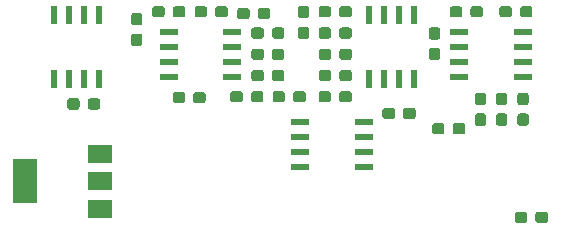
<source format=gtp>
G04 #@! TF.GenerationSoftware,KiCad,Pcbnew,(5.0.0-rc2-178-g3c7b91b96)*
G04 #@! TF.CreationDate,2018-10-30T10:49:57+01:00*
G04 #@! TF.ProjectId,pcb4,706362342E6B696361645F7063620000,1*
G04 #@! TF.SameCoordinates,Original*
G04 #@! TF.FileFunction,Paste,Top*
G04 #@! TF.FilePolarity,Positive*
%FSLAX46Y46*%
G04 Gerber Fmt 4.6, Leading zero omitted, Abs format (unit mm)*
G04 Created by KiCad (PCBNEW (5.0.0-rc2-178-g3c7b91b96)) date 10/30/18 10:49:57*
%MOMM*%
%LPD*%
G01*
G04 APERTURE LIST*
%ADD10C,0.100000*%
%ADD11C,0.950000*%
%ADD12R,1.550000X0.600000*%
%ADD13R,0.600000X1.550000*%
%ADD14R,2.000000X3.800000*%
%ADD15R,2.000000X1.500000*%
G04 APERTURE END LIST*
D10*
G04 #@! TO.C,C25*
G36*
X97615779Y-91106144D02*
X97638834Y-91109563D01*
X97661443Y-91115227D01*
X97683387Y-91123079D01*
X97704457Y-91133044D01*
X97724448Y-91145026D01*
X97743168Y-91158910D01*
X97760438Y-91174562D01*
X97776090Y-91191832D01*
X97789974Y-91210552D01*
X97801956Y-91230543D01*
X97811921Y-91251613D01*
X97819773Y-91273557D01*
X97825437Y-91296166D01*
X97828856Y-91319221D01*
X97830000Y-91342500D01*
X97830000Y-91817500D01*
X97828856Y-91840779D01*
X97825437Y-91863834D01*
X97819773Y-91886443D01*
X97811921Y-91908387D01*
X97801956Y-91929457D01*
X97789974Y-91949448D01*
X97776090Y-91968168D01*
X97760438Y-91985438D01*
X97743168Y-92001090D01*
X97724448Y-92014974D01*
X97704457Y-92026956D01*
X97683387Y-92036921D01*
X97661443Y-92044773D01*
X97638834Y-92050437D01*
X97615779Y-92053856D01*
X97592500Y-92055000D01*
X97017500Y-92055000D01*
X96994221Y-92053856D01*
X96971166Y-92050437D01*
X96948557Y-92044773D01*
X96926613Y-92036921D01*
X96905543Y-92026956D01*
X96885552Y-92014974D01*
X96866832Y-92001090D01*
X96849562Y-91985438D01*
X96833910Y-91968168D01*
X96820026Y-91949448D01*
X96808044Y-91929457D01*
X96798079Y-91908387D01*
X96790227Y-91886443D01*
X96784563Y-91863834D01*
X96781144Y-91840779D01*
X96780000Y-91817500D01*
X96780000Y-91342500D01*
X96781144Y-91319221D01*
X96784563Y-91296166D01*
X96790227Y-91273557D01*
X96798079Y-91251613D01*
X96808044Y-91230543D01*
X96820026Y-91210552D01*
X96833910Y-91191832D01*
X96849562Y-91174562D01*
X96866832Y-91158910D01*
X96885552Y-91145026D01*
X96905543Y-91133044D01*
X96926613Y-91123079D01*
X96948557Y-91115227D01*
X96971166Y-91109563D01*
X96994221Y-91106144D01*
X97017500Y-91105000D01*
X97592500Y-91105000D01*
X97615779Y-91106144D01*
X97615779Y-91106144D01*
G37*
D11*
X97305000Y-91580000D03*
D10*
G36*
X95865779Y-91106144D02*
X95888834Y-91109563D01*
X95911443Y-91115227D01*
X95933387Y-91123079D01*
X95954457Y-91133044D01*
X95974448Y-91145026D01*
X95993168Y-91158910D01*
X96010438Y-91174562D01*
X96026090Y-91191832D01*
X96039974Y-91210552D01*
X96051956Y-91230543D01*
X96061921Y-91251613D01*
X96069773Y-91273557D01*
X96075437Y-91296166D01*
X96078856Y-91319221D01*
X96080000Y-91342500D01*
X96080000Y-91817500D01*
X96078856Y-91840779D01*
X96075437Y-91863834D01*
X96069773Y-91886443D01*
X96061921Y-91908387D01*
X96051956Y-91929457D01*
X96039974Y-91949448D01*
X96026090Y-91968168D01*
X96010438Y-91985438D01*
X95993168Y-92001090D01*
X95974448Y-92014974D01*
X95954457Y-92026956D01*
X95933387Y-92036921D01*
X95911443Y-92044773D01*
X95888834Y-92050437D01*
X95865779Y-92053856D01*
X95842500Y-92055000D01*
X95267500Y-92055000D01*
X95244221Y-92053856D01*
X95221166Y-92050437D01*
X95198557Y-92044773D01*
X95176613Y-92036921D01*
X95155543Y-92026956D01*
X95135552Y-92014974D01*
X95116832Y-92001090D01*
X95099562Y-91985438D01*
X95083910Y-91968168D01*
X95070026Y-91949448D01*
X95058044Y-91929457D01*
X95048079Y-91908387D01*
X95040227Y-91886443D01*
X95034563Y-91863834D01*
X95031144Y-91840779D01*
X95030000Y-91817500D01*
X95030000Y-91342500D01*
X95031144Y-91319221D01*
X95034563Y-91296166D01*
X95040227Y-91273557D01*
X95048079Y-91251613D01*
X95058044Y-91230543D01*
X95070026Y-91210552D01*
X95083910Y-91191832D01*
X95099562Y-91174562D01*
X95116832Y-91158910D01*
X95135552Y-91145026D01*
X95155543Y-91133044D01*
X95176613Y-91123079D01*
X95198557Y-91115227D01*
X95221166Y-91109563D01*
X95244221Y-91106144D01*
X95267500Y-91105000D01*
X95842500Y-91105000D01*
X95865779Y-91106144D01*
X95865779Y-91106144D01*
G37*
D11*
X95555000Y-91580000D03*
G04 #@! TD*
D12*
G04 #@! TO.C,U9*
X93430000Y-92275000D03*
X93430000Y-93545000D03*
X93430000Y-94815000D03*
X93430000Y-96085000D03*
X88030000Y-96085000D03*
X88030000Y-94815000D03*
X88030000Y-93545000D03*
X88030000Y-92275000D03*
G04 #@! TD*
D10*
G04 #@! TO.C,C12*
G36*
X90465779Y-82506144D02*
X90488834Y-82509563D01*
X90511443Y-82515227D01*
X90533387Y-82523079D01*
X90554457Y-82533044D01*
X90574448Y-82545026D01*
X90593168Y-82558910D01*
X90610438Y-82574562D01*
X90626090Y-82591832D01*
X90639974Y-82610552D01*
X90651956Y-82630543D01*
X90661921Y-82651613D01*
X90669773Y-82673557D01*
X90675437Y-82696166D01*
X90678856Y-82719221D01*
X90680000Y-82742500D01*
X90680000Y-83217500D01*
X90678856Y-83240779D01*
X90675437Y-83263834D01*
X90669773Y-83286443D01*
X90661921Y-83308387D01*
X90651956Y-83329457D01*
X90639974Y-83349448D01*
X90626090Y-83368168D01*
X90610438Y-83385438D01*
X90593168Y-83401090D01*
X90574448Y-83414974D01*
X90554457Y-83426956D01*
X90533387Y-83436921D01*
X90511443Y-83444773D01*
X90488834Y-83450437D01*
X90465779Y-83453856D01*
X90442500Y-83455000D01*
X89867500Y-83455000D01*
X89844221Y-83453856D01*
X89821166Y-83450437D01*
X89798557Y-83444773D01*
X89776613Y-83436921D01*
X89755543Y-83426956D01*
X89735552Y-83414974D01*
X89716832Y-83401090D01*
X89699562Y-83385438D01*
X89683910Y-83368168D01*
X89670026Y-83349448D01*
X89658044Y-83329457D01*
X89648079Y-83308387D01*
X89640227Y-83286443D01*
X89634563Y-83263834D01*
X89631144Y-83240779D01*
X89630000Y-83217500D01*
X89630000Y-82742500D01*
X89631144Y-82719221D01*
X89634563Y-82696166D01*
X89640227Y-82673557D01*
X89648079Y-82651613D01*
X89658044Y-82630543D01*
X89670026Y-82610552D01*
X89683910Y-82591832D01*
X89699562Y-82574562D01*
X89716832Y-82558910D01*
X89735552Y-82545026D01*
X89755543Y-82533044D01*
X89776613Y-82523079D01*
X89798557Y-82515227D01*
X89821166Y-82509563D01*
X89844221Y-82506144D01*
X89867500Y-82505000D01*
X90442500Y-82505000D01*
X90465779Y-82506144D01*
X90465779Y-82506144D01*
G37*
D11*
X90155000Y-82980000D03*
D10*
G36*
X92215779Y-82506144D02*
X92238834Y-82509563D01*
X92261443Y-82515227D01*
X92283387Y-82523079D01*
X92304457Y-82533044D01*
X92324448Y-82545026D01*
X92343168Y-82558910D01*
X92360438Y-82574562D01*
X92376090Y-82591832D01*
X92389974Y-82610552D01*
X92401956Y-82630543D01*
X92411921Y-82651613D01*
X92419773Y-82673557D01*
X92425437Y-82696166D01*
X92428856Y-82719221D01*
X92430000Y-82742500D01*
X92430000Y-83217500D01*
X92428856Y-83240779D01*
X92425437Y-83263834D01*
X92419773Y-83286443D01*
X92411921Y-83308387D01*
X92401956Y-83329457D01*
X92389974Y-83349448D01*
X92376090Y-83368168D01*
X92360438Y-83385438D01*
X92343168Y-83401090D01*
X92324448Y-83414974D01*
X92304457Y-83426956D01*
X92283387Y-83436921D01*
X92261443Y-83444773D01*
X92238834Y-83450437D01*
X92215779Y-83453856D01*
X92192500Y-83455000D01*
X91617500Y-83455000D01*
X91594221Y-83453856D01*
X91571166Y-83450437D01*
X91548557Y-83444773D01*
X91526613Y-83436921D01*
X91505543Y-83426956D01*
X91485552Y-83414974D01*
X91466832Y-83401090D01*
X91449562Y-83385438D01*
X91433910Y-83368168D01*
X91420026Y-83349448D01*
X91408044Y-83329457D01*
X91398079Y-83308387D01*
X91390227Y-83286443D01*
X91384563Y-83263834D01*
X91381144Y-83240779D01*
X91380000Y-83217500D01*
X91380000Y-82742500D01*
X91381144Y-82719221D01*
X91384563Y-82696166D01*
X91390227Y-82673557D01*
X91398079Y-82651613D01*
X91408044Y-82630543D01*
X91420026Y-82610552D01*
X91433910Y-82591832D01*
X91449562Y-82574562D01*
X91466832Y-82558910D01*
X91485552Y-82545026D01*
X91505543Y-82533044D01*
X91526613Y-82523079D01*
X91548557Y-82515227D01*
X91571166Y-82509563D01*
X91594221Y-82506144D01*
X91617500Y-82505000D01*
X92192500Y-82505000D01*
X92215779Y-82506144D01*
X92215779Y-82506144D01*
G37*
D11*
X91905000Y-82980000D03*
G04 #@! TD*
D10*
G04 #@! TO.C,C24*
G36*
X90465779Y-89706144D02*
X90488834Y-89709563D01*
X90511443Y-89715227D01*
X90533387Y-89723079D01*
X90554457Y-89733044D01*
X90574448Y-89745026D01*
X90593168Y-89758910D01*
X90610438Y-89774562D01*
X90626090Y-89791832D01*
X90639974Y-89810552D01*
X90651956Y-89830543D01*
X90661921Y-89851613D01*
X90669773Y-89873557D01*
X90675437Y-89896166D01*
X90678856Y-89919221D01*
X90680000Y-89942500D01*
X90680000Y-90417500D01*
X90678856Y-90440779D01*
X90675437Y-90463834D01*
X90669773Y-90486443D01*
X90661921Y-90508387D01*
X90651956Y-90529457D01*
X90639974Y-90549448D01*
X90626090Y-90568168D01*
X90610438Y-90585438D01*
X90593168Y-90601090D01*
X90574448Y-90614974D01*
X90554457Y-90626956D01*
X90533387Y-90636921D01*
X90511443Y-90644773D01*
X90488834Y-90650437D01*
X90465779Y-90653856D01*
X90442500Y-90655000D01*
X89867500Y-90655000D01*
X89844221Y-90653856D01*
X89821166Y-90650437D01*
X89798557Y-90644773D01*
X89776613Y-90636921D01*
X89755543Y-90626956D01*
X89735552Y-90614974D01*
X89716832Y-90601090D01*
X89699562Y-90585438D01*
X89683910Y-90568168D01*
X89670026Y-90549448D01*
X89658044Y-90529457D01*
X89648079Y-90508387D01*
X89640227Y-90486443D01*
X89634563Y-90463834D01*
X89631144Y-90440779D01*
X89630000Y-90417500D01*
X89630000Y-89942500D01*
X89631144Y-89919221D01*
X89634563Y-89896166D01*
X89640227Y-89873557D01*
X89648079Y-89851613D01*
X89658044Y-89830543D01*
X89670026Y-89810552D01*
X89683910Y-89791832D01*
X89699562Y-89774562D01*
X89716832Y-89758910D01*
X89735552Y-89745026D01*
X89755543Y-89733044D01*
X89776613Y-89723079D01*
X89798557Y-89715227D01*
X89821166Y-89709563D01*
X89844221Y-89706144D01*
X89867500Y-89705000D01*
X90442500Y-89705000D01*
X90465779Y-89706144D01*
X90465779Y-89706144D01*
G37*
D11*
X90155000Y-90180000D03*
D10*
G36*
X92215779Y-89706144D02*
X92238834Y-89709563D01*
X92261443Y-89715227D01*
X92283387Y-89723079D01*
X92304457Y-89733044D01*
X92324448Y-89745026D01*
X92343168Y-89758910D01*
X92360438Y-89774562D01*
X92376090Y-89791832D01*
X92389974Y-89810552D01*
X92401956Y-89830543D01*
X92411921Y-89851613D01*
X92419773Y-89873557D01*
X92425437Y-89896166D01*
X92428856Y-89919221D01*
X92430000Y-89942500D01*
X92430000Y-90417500D01*
X92428856Y-90440779D01*
X92425437Y-90463834D01*
X92419773Y-90486443D01*
X92411921Y-90508387D01*
X92401956Y-90529457D01*
X92389974Y-90549448D01*
X92376090Y-90568168D01*
X92360438Y-90585438D01*
X92343168Y-90601090D01*
X92324448Y-90614974D01*
X92304457Y-90626956D01*
X92283387Y-90636921D01*
X92261443Y-90644773D01*
X92238834Y-90650437D01*
X92215779Y-90653856D01*
X92192500Y-90655000D01*
X91617500Y-90655000D01*
X91594221Y-90653856D01*
X91571166Y-90650437D01*
X91548557Y-90644773D01*
X91526613Y-90636921D01*
X91505543Y-90626956D01*
X91485552Y-90614974D01*
X91466832Y-90601090D01*
X91449562Y-90585438D01*
X91433910Y-90568168D01*
X91420026Y-90549448D01*
X91408044Y-90529457D01*
X91398079Y-90508387D01*
X91390227Y-90486443D01*
X91384563Y-90463834D01*
X91381144Y-90440779D01*
X91380000Y-90417500D01*
X91380000Y-89942500D01*
X91381144Y-89919221D01*
X91384563Y-89896166D01*
X91390227Y-89873557D01*
X91398079Y-89851613D01*
X91408044Y-89830543D01*
X91420026Y-89810552D01*
X91433910Y-89791832D01*
X91449562Y-89774562D01*
X91466832Y-89758910D01*
X91485552Y-89745026D01*
X91505543Y-89733044D01*
X91526613Y-89723079D01*
X91548557Y-89715227D01*
X91571166Y-89709563D01*
X91594221Y-89706144D01*
X91617500Y-89705000D01*
X92192500Y-89705000D01*
X92215779Y-89706144D01*
X92215779Y-89706144D01*
G37*
D11*
X91905000Y-90180000D03*
G04 #@! TD*
D10*
G04 #@! TO.C,C23*
G36*
X90465779Y-84306144D02*
X90488834Y-84309563D01*
X90511443Y-84315227D01*
X90533387Y-84323079D01*
X90554457Y-84333044D01*
X90574448Y-84345026D01*
X90593168Y-84358910D01*
X90610438Y-84374562D01*
X90626090Y-84391832D01*
X90639974Y-84410552D01*
X90651956Y-84430543D01*
X90661921Y-84451613D01*
X90669773Y-84473557D01*
X90675437Y-84496166D01*
X90678856Y-84519221D01*
X90680000Y-84542500D01*
X90680000Y-85017500D01*
X90678856Y-85040779D01*
X90675437Y-85063834D01*
X90669773Y-85086443D01*
X90661921Y-85108387D01*
X90651956Y-85129457D01*
X90639974Y-85149448D01*
X90626090Y-85168168D01*
X90610438Y-85185438D01*
X90593168Y-85201090D01*
X90574448Y-85214974D01*
X90554457Y-85226956D01*
X90533387Y-85236921D01*
X90511443Y-85244773D01*
X90488834Y-85250437D01*
X90465779Y-85253856D01*
X90442500Y-85255000D01*
X89867500Y-85255000D01*
X89844221Y-85253856D01*
X89821166Y-85250437D01*
X89798557Y-85244773D01*
X89776613Y-85236921D01*
X89755543Y-85226956D01*
X89735552Y-85214974D01*
X89716832Y-85201090D01*
X89699562Y-85185438D01*
X89683910Y-85168168D01*
X89670026Y-85149448D01*
X89658044Y-85129457D01*
X89648079Y-85108387D01*
X89640227Y-85086443D01*
X89634563Y-85063834D01*
X89631144Y-85040779D01*
X89630000Y-85017500D01*
X89630000Y-84542500D01*
X89631144Y-84519221D01*
X89634563Y-84496166D01*
X89640227Y-84473557D01*
X89648079Y-84451613D01*
X89658044Y-84430543D01*
X89670026Y-84410552D01*
X89683910Y-84391832D01*
X89699562Y-84374562D01*
X89716832Y-84358910D01*
X89735552Y-84345026D01*
X89755543Y-84333044D01*
X89776613Y-84323079D01*
X89798557Y-84315227D01*
X89821166Y-84309563D01*
X89844221Y-84306144D01*
X89867500Y-84305000D01*
X90442500Y-84305000D01*
X90465779Y-84306144D01*
X90465779Y-84306144D01*
G37*
D11*
X90155000Y-84780000D03*
D10*
G36*
X92215779Y-84306144D02*
X92238834Y-84309563D01*
X92261443Y-84315227D01*
X92283387Y-84323079D01*
X92304457Y-84333044D01*
X92324448Y-84345026D01*
X92343168Y-84358910D01*
X92360438Y-84374562D01*
X92376090Y-84391832D01*
X92389974Y-84410552D01*
X92401956Y-84430543D01*
X92411921Y-84451613D01*
X92419773Y-84473557D01*
X92425437Y-84496166D01*
X92428856Y-84519221D01*
X92430000Y-84542500D01*
X92430000Y-85017500D01*
X92428856Y-85040779D01*
X92425437Y-85063834D01*
X92419773Y-85086443D01*
X92411921Y-85108387D01*
X92401956Y-85129457D01*
X92389974Y-85149448D01*
X92376090Y-85168168D01*
X92360438Y-85185438D01*
X92343168Y-85201090D01*
X92324448Y-85214974D01*
X92304457Y-85226956D01*
X92283387Y-85236921D01*
X92261443Y-85244773D01*
X92238834Y-85250437D01*
X92215779Y-85253856D01*
X92192500Y-85255000D01*
X91617500Y-85255000D01*
X91594221Y-85253856D01*
X91571166Y-85250437D01*
X91548557Y-85244773D01*
X91526613Y-85236921D01*
X91505543Y-85226956D01*
X91485552Y-85214974D01*
X91466832Y-85201090D01*
X91449562Y-85185438D01*
X91433910Y-85168168D01*
X91420026Y-85149448D01*
X91408044Y-85129457D01*
X91398079Y-85108387D01*
X91390227Y-85086443D01*
X91384563Y-85063834D01*
X91381144Y-85040779D01*
X91380000Y-85017500D01*
X91380000Y-84542500D01*
X91381144Y-84519221D01*
X91384563Y-84496166D01*
X91390227Y-84473557D01*
X91398079Y-84451613D01*
X91408044Y-84430543D01*
X91420026Y-84410552D01*
X91433910Y-84391832D01*
X91449562Y-84374562D01*
X91466832Y-84358910D01*
X91485552Y-84345026D01*
X91505543Y-84333044D01*
X91526613Y-84323079D01*
X91548557Y-84315227D01*
X91571166Y-84309563D01*
X91594221Y-84306144D01*
X91617500Y-84305000D01*
X92192500Y-84305000D01*
X92215779Y-84306144D01*
X92215779Y-84306144D01*
G37*
D11*
X91905000Y-84780000D03*
G04 #@! TD*
D10*
G04 #@! TO.C,C22*
G36*
X88315779Y-89706144D02*
X88338834Y-89709563D01*
X88361443Y-89715227D01*
X88383387Y-89723079D01*
X88404457Y-89733044D01*
X88424448Y-89745026D01*
X88443168Y-89758910D01*
X88460438Y-89774562D01*
X88476090Y-89791832D01*
X88489974Y-89810552D01*
X88501956Y-89830543D01*
X88511921Y-89851613D01*
X88519773Y-89873557D01*
X88525437Y-89896166D01*
X88528856Y-89919221D01*
X88530000Y-89942500D01*
X88530000Y-90417500D01*
X88528856Y-90440779D01*
X88525437Y-90463834D01*
X88519773Y-90486443D01*
X88511921Y-90508387D01*
X88501956Y-90529457D01*
X88489974Y-90549448D01*
X88476090Y-90568168D01*
X88460438Y-90585438D01*
X88443168Y-90601090D01*
X88424448Y-90614974D01*
X88404457Y-90626956D01*
X88383387Y-90636921D01*
X88361443Y-90644773D01*
X88338834Y-90650437D01*
X88315779Y-90653856D01*
X88292500Y-90655000D01*
X87717500Y-90655000D01*
X87694221Y-90653856D01*
X87671166Y-90650437D01*
X87648557Y-90644773D01*
X87626613Y-90636921D01*
X87605543Y-90626956D01*
X87585552Y-90614974D01*
X87566832Y-90601090D01*
X87549562Y-90585438D01*
X87533910Y-90568168D01*
X87520026Y-90549448D01*
X87508044Y-90529457D01*
X87498079Y-90508387D01*
X87490227Y-90486443D01*
X87484563Y-90463834D01*
X87481144Y-90440779D01*
X87480000Y-90417500D01*
X87480000Y-89942500D01*
X87481144Y-89919221D01*
X87484563Y-89896166D01*
X87490227Y-89873557D01*
X87498079Y-89851613D01*
X87508044Y-89830543D01*
X87520026Y-89810552D01*
X87533910Y-89791832D01*
X87549562Y-89774562D01*
X87566832Y-89758910D01*
X87585552Y-89745026D01*
X87605543Y-89733044D01*
X87626613Y-89723079D01*
X87648557Y-89715227D01*
X87671166Y-89709563D01*
X87694221Y-89706144D01*
X87717500Y-89705000D01*
X88292500Y-89705000D01*
X88315779Y-89706144D01*
X88315779Y-89706144D01*
G37*
D11*
X88005000Y-90180000D03*
D10*
G36*
X86565779Y-89706144D02*
X86588834Y-89709563D01*
X86611443Y-89715227D01*
X86633387Y-89723079D01*
X86654457Y-89733044D01*
X86674448Y-89745026D01*
X86693168Y-89758910D01*
X86710438Y-89774562D01*
X86726090Y-89791832D01*
X86739974Y-89810552D01*
X86751956Y-89830543D01*
X86761921Y-89851613D01*
X86769773Y-89873557D01*
X86775437Y-89896166D01*
X86778856Y-89919221D01*
X86780000Y-89942500D01*
X86780000Y-90417500D01*
X86778856Y-90440779D01*
X86775437Y-90463834D01*
X86769773Y-90486443D01*
X86761921Y-90508387D01*
X86751956Y-90529457D01*
X86739974Y-90549448D01*
X86726090Y-90568168D01*
X86710438Y-90585438D01*
X86693168Y-90601090D01*
X86674448Y-90614974D01*
X86654457Y-90626956D01*
X86633387Y-90636921D01*
X86611443Y-90644773D01*
X86588834Y-90650437D01*
X86565779Y-90653856D01*
X86542500Y-90655000D01*
X85967500Y-90655000D01*
X85944221Y-90653856D01*
X85921166Y-90650437D01*
X85898557Y-90644773D01*
X85876613Y-90636921D01*
X85855543Y-90626956D01*
X85835552Y-90614974D01*
X85816832Y-90601090D01*
X85799562Y-90585438D01*
X85783910Y-90568168D01*
X85770026Y-90549448D01*
X85758044Y-90529457D01*
X85748079Y-90508387D01*
X85740227Y-90486443D01*
X85734563Y-90463834D01*
X85731144Y-90440779D01*
X85730000Y-90417500D01*
X85730000Y-89942500D01*
X85731144Y-89919221D01*
X85734563Y-89896166D01*
X85740227Y-89873557D01*
X85748079Y-89851613D01*
X85758044Y-89830543D01*
X85770026Y-89810552D01*
X85783910Y-89791832D01*
X85799562Y-89774562D01*
X85816832Y-89758910D01*
X85835552Y-89745026D01*
X85855543Y-89733044D01*
X85876613Y-89723079D01*
X85898557Y-89715227D01*
X85921166Y-89709563D01*
X85944221Y-89706144D01*
X85967500Y-89705000D01*
X86542500Y-89705000D01*
X86565779Y-89706144D01*
X86565779Y-89706144D01*
G37*
D11*
X86255000Y-90180000D03*
G04 #@! TD*
D10*
G04 #@! TO.C,C21*
G36*
X86515779Y-84306144D02*
X86538834Y-84309563D01*
X86561443Y-84315227D01*
X86583387Y-84323079D01*
X86604457Y-84333044D01*
X86624448Y-84345026D01*
X86643168Y-84358910D01*
X86660438Y-84374562D01*
X86676090Y-84391832D01*
X86689974Y-84410552D01*
X86701956Y-84430543D01*
X86711921Y-84451613D01*
X86719773Y-84473557D01*
X86725437Y-84496166D01*
X86728856Y-84519221D01*
X86730000Y-84542500D01*
X86730000Y-85017500D01*
X86728856Y-85040779D01*
X86725437Y-85063834D01*
X86719773Y-85086443D01*
X86711921Y-85108387D01*
X86701956Y-85129457D01*
X86689974Y-85149448D01*
X86676090Y-85168168D01*
X86660438Y-85185438D01*
X86643168Y-85201090D01*
X86624448Y-85214974D01*
X86604457Y-85226956D01*
X86583387Y-85236921D01*
X86561443Y-85244773D01*
X86538834Y-85250437D01*
X86515779Y-85253856D01*
X86492500Y-85255000D01*
X85917500Y-85255000D01*
X85894221Y-85253856D01*
X85871166Y-85250437D01*
X85848557Y-85244773D01*
X85826613Y-85236921D01*
X85805543Y-85226956D01*
X85785552Y-85214974D01*
X85766832Y-85201090D01*
X85749562Y-85185438D01*
X85733910Y-85168168D01*
X85720026Y-85149448D01*
X85708044Y-85129457D01*
X85698079Y-85108387D01*
X85690227Y-85086443D01*
X85684563Y-85063834D01*
X85681144Y-85040779D01*
X85680000Y-85017500D01*
X85680000Y-84542500D01*
X85681144Y-84519221D01*
X85684563Y-84496166D01*
X85690227Y-84473557D01*
X85698079Y-84451613D01*
X85708044Y-84430543D01*
X85720026Y-84410552D01*
X85733910Y-84391832D01*
X85749562Y-84374562D01*
X85766832Y-84358910D01*
X85785552Y-84345026D01*
X85805543Y-84333044D01*
X85826613Y-84323079D01*
X85848557Y-84315227D01*
X85871166Y-84309563D01*
X85894221Y-84306144D01*
X85917500Y-84305000D01*
X86492500Y-84305000D01*
X86515779Y-84306144D01*
X86515779Y-84306144D01*
G37*
D11*
X86205000Y-84780000D03*
D10*
G36*
X84765779Y-84306144D02*
X84788834Y-84309563D01*
X84811443Y-84315227D01*
X84833387Y-84323079D01*
X84854457Y-84333044D01*
X84874448Y-84345026D01*
X84893168Y-84358910D01*
X84910438Y-84374562D01*
X84926090Y-84391832D01*
X84939974Y-84410552D01*
X84951956Y-84430543D01*
X84961921Y-84451613D01*
X84969773Y-84473557D01*
X84975437Y-84496166D01*
X84978856Y-84519221D01*
X84980000Y-84542500D01*
X84980000Y-85017500D01*
X84978856Y-85040779D01*
X84975437Y-85063834D01*
X84969773Y-85086443D01*
X84961921Y-85108387D01*
X84951956Y-85129457D01*
X84939974Y-85149448D01*
X84926090Y-85168168D01*
X84910438Y-85185438D01*
X84893168Y-85201090D01*
X84874448Y-85214974D01*
X84854457Y-85226956D01*
X84833387Y-85236921D01*
X84811443Y-85244773D01*
X84788834Y-85250437D01*
X84765779Y-85253856D01*
X84742500Y-85255000D01*
X84167500Y-85255000D01*
X84144221Y-85253856D01*
X84121166Y-85250437D01*
X84098557Y-85244773D01*
X84076613Y-85236921D01*
X84055543Y-85226956D01*
X84035552Y-85214974D01*
X84016832Y-85201090D01*
X83999562Y-85185438D01*
X83983910Y-85168168D01*
X83970026Y-85149448D01*
X83958044Y-85129457D01*
X83948079Y-85108387D01*
X83940227Y-85086443D01*
X83934563Y-85063834D01*
X83931144Y-85040779D01*
X83930000Y-85017500D01*
X83930000Y-84542500D01*
X83931144Y-84519221D01*
X83934563Y-84496166D01*
X83940227Y-84473557D01*
X83948079Y-84451613D01*
X83958044Y-84430543D01*
X83970026Y-84410552D01*
X83983910Y-84391832D01*
X83999562Y-84374562D01*
X84016832Y-84358910D01*
X84035552Y-84345026D01*
X84055543Y-84333044D01*
X84076613Y-84323079D01*
X84098557Y-84315227D01*
X84121166Y-84309563D01*
X84144221Y-84306144D01*
X84167500Y-84305000D01*
X84742500Y-84305000D01*
X84765779Y-84306144D01*
X84765779Y-84306144D01*
G37*
D11*
X84455000Y-84780000D03*
G04 #@! TD*
D10*
G04 #@! TO.C,C20*
G36*
X81715779Y-82506144D02*
X81738834Y-82509563D01*
X81761443Y-82515227D01*
X81783387Y-82523079D01*
X81804457Y-82533044D01*
X81824448Y-82545026D01*
X81843168Y-82558910D01*
X81860438Y-82574562D01*
X81876090Y-82591832D01*
X81889974Y-82610552D01*
X81901956Y-82630543D01*
X81911921Y-82651613D01*
X81919773Y-82673557D01*
X81925437Y-82696166D01*
X81928856Y-82719221D01*
X81930000Y-82742500D01*
X81930000Y-83217500D01*
X81928856Y-83240779D01*
X81925437Y-83263834D01*
X81919773Y-83286443D01*
X81911921Y-83308387D01*
X81901956Y-83329457D01*
X81889974Y-83349448D01*
X81876090Y-83368168D01*
X81860438Y-83385438D01*
X81843168Y-83401090D01*
X81824448Y-83414974D01*
X81804457Y-83426956D01*
X81783387Y-83436921D01*
X81761443Y-83444773D01*
X81738834Y-83450437D01*
X81715779Y-83453856D01*
X81692500Y-83455000D01*
X81117500Y-83455000D01*
X81094221Y-83453856D01*
X81071166Y-83450437D01*
X81048557Y-83444773D01*
X81026613Y-83436921D01*
X81005543Y-83426956D01*
X80985552Y-83414974D01*
X80966832Y-83401090D01*
X80949562Y-83385438D01*
X80933910Y-83368168D01*
X80920026Y-83349448D01*
X80908044Y-83329457D01*
X80898079Y-83308387D01*
X80890227Y-83286443D01*
X80884563Y-83263834D01*
X80881144Y-83240779D01*
X80880000Y-83217500D01*
X80880000Y-82742500D01*
X80881144Y-82719221D01*
X80884563Y-82696166D01*
X80890227Y-82673557D01*
X80898079Y-82651613D01*
X80908044Y-82630543D01*
X80920026Y-82610552D01*
X80933910Y-82591832D01*
X80949562Y-82574562D01*
X80966832Y-82558910D01*
X80985552Y-82545026D01*
X81005543Y-82533044D01*
X81026613Y-82523079D01*
X81048557Y-82515227D01*
X81071166Y-82509563D01*
X81094221Y-82506144D01*
X81117500Y-82505000D01*
X81692500Y-82505000D01*
X81715779Y-82506144D01*
X81715779Y-82506144D01*
G37*
D11*
X81405000Y-82980000D03*
D10*
G36*
X79965779Y-82506144D02*
X79988834Y-82509563D01*
X80011443Y-82515227D01*
X80033387Y-82523079D01*
X80054457Y-82533044D01*
X80074448Y-82545026D01*
X80093168Y-82558910D01*
X80110438Y-82574562D01*
X80126090Y-82591832D01*
X80139974Y-82610552D01*
X80151956Y-82630543D01*
X80161921Y-82651613D01*
X80169773Y-82673557D01*
X80175437Y-82696166D01*
X80178856Y-82719221D01*
X80180000Y-82742500D01*
X80180000Y-83217500D01*
X80178856Y-83240779D01*
X80175437Y-83263834D01*
X80169773Y-83286443D01*
X80161921Y-83308387D01*
X80151956Y-83329457D01*
X80139974Y-83349448D01*
X80126090Y-83368168D01*
X80110438Y-83385438D01*
X80093168Y-83401090D01*
X80074448Y-83414974D01*
X80054457Y-83426956D01*
X80033387Y-83436921D01*
X80011443Y-83444773D01*
X79988834Y-83450437D01*
X79965779Y-83453856D01*
X79942500Y-83455000D01*
X79367500Y-83455000D01*
X79344221Y-83453856D01*
X79321166Y-83450437D01*
X79298557Y-83444773D01*
X79276613Y-83436921D01*
X79255543Y-83426956D01*
X79235552Y-83414974D01*
X79216832Y-83401090D01*
X79199562Y-83385438D01*
X79183910Y-83368168D01*
X79170026Y-83349448D01*
X79158044Y-83329457D01*
X79148079Y-83308387D01*
X79140227Y-83286443D01*
X79134563Y-83263834D01*
X79131144Y-83240779D01*
X79130000Y-83217500D01*
X79130000Y-82742500D01*
X79131144Y-82719221D01*
X79134563Y-82696166D01*
X79140227Y-82673557D01*
X79148079Y-82651613D01*
X79158044Y-82630543D01*
X79170026Y-82610552D01*
X79183910Y-82591832D01*
X79199562Y-82574562D01*
X79216832Y-82558910D01*
X79235552Y-82545026D01*
X79255543Y-82533044D01*
X79276613Y-82523079D01*
X79298557Y-82515227D01*
X79321166Y-82509563D01*
X79344221Y-82506144D01*
X79367500Y-82505000D01*
X79942500Y-82505000D01*
X79965779Y-82506144D01*
X79965779Y-82506144D01*
G37*
D11*
X79655000Y-82980000D03*
G04 #@! TD*
D10*
G04 #@! TO.C,C19*
G36*
X88590779Y-82481144D02*
X88613834Y-82484563D01*
X88636443Y-82490227D01*
X88658387Y-82498079D01*
X88679457Y-82508044D01*
X88699448Y-82520026D01*
X88718168Y-82533910D01*
X88735438Y-82549562D01*
X88751090Y-82566832D01*
X88764974Y-82585552D01*
X88776956Y-82605543D01*
X88786921Y-82626613D01*
X88794773Y-82648557D01*
X88800437Y-82671166D01*
X88803856Y-82694221D01*
X88805000Y-82717500D01*
X88805000Y-83292500D01*
X88803856Y-83315779D01*
X88800437Y-83338834D01*
X88794773Y-83361443D01*
X88786921Y-83383387D01*
X88776956Y-83404457D01*
X88764974Y-83424448D01*
X88751090Y-83443168D01*
X88735438Y-83460438D01*
X88718168Y-83476090D01*
X88699448Y-83489974D01*
X88679457Y-83501956D01*
X88658387Y-83511921D01*
X88636443Y-83519773D01*
X88613834Y-83525437D01*
X88590779Y-83528856D01*
X88567500Y-83530000D01*
X88092500Y-83530000D01*
X88069221Y-83528856D01*
X88046166Y-83525437D01*
X88023557Y-83519773D01*
X88001613Y-83511921D01*
X87980543Y-83501956D01*
X87960552Y-83489974D01*
X87941832Y-83476090D01*
X87924562Y-83460438D01*
X87908910Y-83443168D01*
X87895026Y-83424448D01*
X87883044Y-83404457D01*
X87873079Y-83383387D01*
X87865227Y-83361443D01*
X87859563Y-83338834D01*
X87856144Y-83315779D01*
X87855000Y-83292500D01*
X87855000Y-82717500D01*
X87856144Y-82694221D01*
X87859563Y-82671166D01*
X87865227Y-82648557D01*
X87873079Y-82626613D01*
X87883044Y-82605543D01*
X87895026Y-82585552D01*
X87908910Y-82566832D01*
X87924562Y-82549562D01*
X87941832Y-82533910D01*
X87960552Y-82520026D01*
X87980543Y-82508044D01*
X88001613Y-82498079D01*
X88023557Y-82490227D01*
X88046166Y-82484563D01*
X88069221Y-82481144D01*
X88092500Y-82480000D01*
X88567500Y-82480000D01*
X88590779Y-82481144D01*
X88590779Y-82481144D01*
G37*
D11*
X88330000Y-83005000D03*
D10*
G36*
X88590779Y-84231144D02*
X88613834Y-84234563D01*
X88636443Y-84240227D01*
X88658387Y-84248079D01*
X88679457Y-84258044D01*
X88699448Y-84270026D01*
X88718168Y-84283910D01*
X88735438Y-84299562D01*
X88751090Y-84316832D01*
X88764974Y-84335552D01*
X88776956Y-84355543D01*
X88786921Y-84376613D01*
X88794773Y-84398557D01*
X88800437Y-84421166D01*
X88803856Y-84444221D01*
X88805000Y-84467500D01*
X88805000Y-85042500D01*
X88803856Y-85065779D01*
X88800437Y-85088834D01*
X88794773Y-85111443D01*
X88786921Y-85133387D01*
X88776956Y-85154457D01*
X88764974Y-85174448D01*
X88751090Y-85193168D01*
X88735438Y-85210438D01*
X88718168Y-85226090D01*
X88699448Y-85239974D01*
X88679457Y-85251956D01*
X88658387Y-85261921D01*
X88636443Y-85269773D01*
X88613834Y-85275437D01*
X88590779Y-85278856D01*
X88567500Y-85280000D01*
X88092500Y-85280000D01*
X88069221Y-85278856D01*
X88046166Y-85275437D01*
X88023557Y-85269773D01*
X88001613Y-85261921D01*
X87980543Y-85251956D01*
X87960552Y-85239974D01*
X87941832Y-85226090D01*
X87924562Y-85210438D01*
X87908910Y-85193168D01*
X87895026Y-85174448D01*
X87883044Y-85154457D01*
X87873079Y-85133387D01*
X87865227Y-85111443D01*
X87859563Y-85088834D01*
X87856144Y-85065779D01*
X87855000Y-85042500D01*
X87855000Y-84467500D01*
X87856144Y-84444221D01*
X87859563Y-84421166D01*
X87865227Y-84398557D01*
X87873079Y-84376613D01*
X87883044Y-84355543D01*
X87895026Y-84335552D01*
X87908910Y-84316832D01*
X87924562Y-84299562D01*
X87941832Y-84283910D01*
X87960552Y-84270026D01*
X87980543Y-84258044D01*
X88001613Y-84248079D01*
X88023557Y-84240227D01*
X88046166Y-84234563D01*
X88069221Y-84231144D01*
X88092500Y-84230000D01*
X88567500Y-84230000D01*
X88590779Y-84231144D01*
X88590779Y-84231144D01*
G37*
D11*
X88330000Y-84755000D03*
G04 #@! TD*
D10*
G04 #@! TO.C,C18*
G36*
X86515779Y-87906144D02*
X86538834Y-87909563D01*
X86561443Y-87915227D01*
X86583387Y-87923079D01*
X86604457Y-87933044D01*
X86624448Y-87945026D01*
X86643168Y-87958910D01*
X86660438Y-87974562D01*
X86676090Y-87991832D01*
X86689974Y-88010552D01*
X86701956Y-88030543D01*
X86711921Y-88051613D01*
X86719773Y-88073557D01*
X86725437Y-88096166D01*
X86728856Y-88119221D01*
X86730000Y-88142500D01*
X86730000Y-88617500D01*
X86728856Y-88640779D01*
X86725437Y-88663834D01*
X86719773Y-88686443D01*
X86711921Y-88708387D01*
X86701956Y-88729457D01*
X86689974Y-88749448D01*
X86676090Y-88768168D01*
X86660438Y-88785438D01*
X86643168Y-88801090D01*
X86624448Y-88814974D01*
X86604457Y-88826956D01*
X86583387Y-88836921D01*
X86561443Y-88844773D01*
X86538834Y-88850437D01*
X86515779Y-88853856D01*
X86492500Y-88855000D01*
X85917500Y-88855000D01*
X85894221Y-88853856D01*
X85871166Y-88850437D01*
X85848557Y-88844773D01*
X85826613Y-88836921D01*
X85805543Y-88826956D01*
X85785552Y-88814974D01*
X85766832Y-88801090D01*
X85749562Y-88785438D01*
X85733910Y-88768168D01*
X85720026Y-88749448D01*
X85708044Y-88729457D01*
X85698079Y-88708387D01*
X85690227Y-88686443D01*
X85684563Y-88663834D01*
X85681144Y-88640779D01*
X85680000Y-88617500D01*
X85680000Y-88142500D01*
X85681144Y-88119221D01*
X85684563Y-88096166D01*
X85690227Y-88073557D01*
X85698079Y-88051613D01*
X85708044Y-88030543D01*
X85720026Y-88010552D01*
X85733910Y-87991832D01*
X85749562Y-87974562D01*
X85766832Y-87958910D01*
X85785552Y-87945026D01*
X85805543Y-87933044D01*
X85826613Y-87923079D01*
X85848557Y-87915227D01*
X85871166Y-87909563D01*
X85894221Y-87906144D01*
X85917500Y-87905000D01*
X86492500Y-87905000D01*
X86515779Y-87906144D01*
X86515779Y-87906144D01*
G37*
D11*
X86205000Y-88380000D03*
D10*
G36*
X84765779Y-87906144D02*
X84788834Y-87909563D01*
X84811443Y-87915227D01*
X84833387Y-87923079D01*
X84854457Y-87933044D01*
X84874448Y-87945026D01*
X84893168Y-87958910D01*
X84910438Y-87974562D01*
X84926090Y-87991832D01*
X84939974Y-88010552D01*
X84951956Y-88030543D01*
X84961921Y-88051613D01*
X84969773Y-88073557D01*
X84975437Y-88096166D01*
X84978856Y-88119221D01*
X84980000Y-88142500D01*
X84980000Y-88617500D01*
X84978856Y-88640779D01*
X84975437Y-88663834D01*
X84969773Y-88686443D01*
X84961921Y-88708387D01*
X84951956Y-88729457D01*
X84939974Y-88749448D01*
X84926090Y-88768168D01*
X84910438Y-88785438D01*
X84893168Y-88801090D01*
X84874448Y-88814974D01*
X84854457Y-88826956D01*
X84833387Y-88836921D01*
X84811443Y-88844773D01*
X84788834Y-88850437D01*
X84765779Y-88853856D01*
X84742500Y-88855000D01*
X84167500Y-88855000D01*
X84144221Y-88853856D01*
X84121166Y-88850437D01*
X84098557Y-88844773D01*
X84076613Y-88836921D01*
X84055543Y-88826956D01*
X84035552Y-88814974D01*
X84016832Y-88801090D01*
X83999562Y-88785438D01*
X83983910Y-88768168D01*
X83970026Y-88749448D01*
X83958044Y-88729457D01*
X83948079Y-88708387D01*
X83940227Y-88686443D01*
X83934563Y-88663834D01*
X83931144Y-88640779D01*
X83930000Y-88617500D01*
X83930000Y-88142500D01*
X83931144Y-88119221D01*
X83934563Y-88096166D01*
X83940227Y-88073557D01*
X83948079Y-88051613D01*
X83958044Y-88030543D01*
X83970026Y-88010552D01*
X83983910Y-87991832D01*
X83999562Y-87974562D01*
X84016832Y-87958910D01*
X84035552Y-87945026D01*
X84055543Y-87933044D01*
X84076613Y-87923079D01*
X84098557Y-87915227D01*
X84121166Y-87909563D01*
X84144221Y-87906144D01*
X84167500Y-87905000D01*
X84742500Y-87905000D01*
X84765779Y-87906144D01*
X84765779Y-87906144D01*
G37*
D11*
X84455000Y-88380000D03*
G04 #@! TD*
D10*
G04 #@! TO.C,C17*
G36*
X79845779Y-89758144D02*
X79868834Y-89761563D01*
X79891443Y-89767227D01*
X79913387Y-89775079D01*
X79934457Y-89785044D01*
X79954448Y-89797026D01*
X79973168Y-89810910D01*
X79990438Y-89826562D01*
X80006090Y-89843832D01*
X80019974Y-89862552D01*
X80031956Y-89882543D01*
X80041921Y-89903613D01*
X80049773Y-89925557D01*
X80055437Y-89948166D01*
X80058856Y-89971221D01*
X80060000Y-89994500D01*
X80060000Y-90469500D01*
X80058856Y-90492779D01*
X80055437Y-90515834D01*
X80049773Y-90538443D01*
X80041921Y-90560387D01*
X80031956Y-90581457D01*
X80019974Y-90601448D01*
X80006090Y-90620168D01*
X79990438Y-90637438D01*
X79973168Y-90653090D01*
X79954448Y-90666974D01*
X79934457Y-90678956D01*
X79913387Y-90688921D01*
X79891443Y-90696773D01*
X79868834Y-90702437D01*
X79845779Y-90705856D01*
X79822500Y-90707000D01*
X79247500Y-90707000D01*
X79224221Y-90705856D01*
X79201166Y-90702437D01*
X79178557Y-90696773D01*
X79156613Y-90688921D01*
X79135543Y-90678956D01*
X79115552Y-90666974D01*
X79096832Y-90653090D01*
X79079562Y-90637438D01*
X79063910Y-90620168D01*
X79050026Y-90601448D01*
X79038044Y-90581457D01*
X79028079Y-90560387D01*
X79020227Y-90538443D01*
X79014563Y-90515834D01*
X79011144Y-90492779D01*
X79010000Y-90469500D01*
X79010000Y-89994500D01*
X79011144Y-89971221D01*
X79014563Y-89948166D01*
X79020227Y-89925557D01*
X79028079Y-89903613D01*
X79038044Y-89882543D01*
X79050026Y-89862552D01*
X79063910Y-89843832D01*
X79079562Y-89826562D01*
X79096832Y-89810910D01*
X79115552Y-89797026D01*
X79135543Y-89785044D01*
X79156613Y-89775079D01*
X79178557Y-89767227D01*
X79201166Y-89761563D01*
X79224221Y-89758144D01*
X79247500Y-89757000D01*
X79822500Y-89757000D01*
X79845779Y-89758144D01*
X79845779Y-89758144D01*
G37*
D11*
X79535000Y-90232000D03*
D10*
G36*
X78095779Y-89758144D02*
X78118834Y-89761563D01*
X78141443Y-89767227D01*
X78163387Y-89775079D01*
X78184457Y-89785044D01*
X78204448Y-89797026D01*
X78223168Y-89810910D01*
X78240438Y-89826562D01*
X78256090Y-89843832D01*
X78269974Y-89862552D01*
X78281956Y-89882543D01*
X78291921Y-89903613D01*
X78299773Y-89925557D01*
X78305437Y-89948166D01*
X78308856Y-89971221D01*
X78310000Y-89994500D01*
X78310000Y-90469500D01*
X78308856Y-90492779D01*
X78305437Y-90515834D01*
X78299773Y-90538443D01*
X78291921Y-90560387D01*
X78281956Y-90581457D01*
X78269974Y-90601448D01*
X78256090Y-90620168D01*
X78240438Y-90637438D01*
X78223168Y-90653090D01*
X78204448Y-90666974D01*
X78184457Y-90678956D01*
X78163387Y-90688921D01*
X78141443Y-90696773D01*
X78118834Y-90702437D01*
X78095779Y-90705856D01*
X78072500Y-90707000D01*
X77497500Y-90707000D01*
X77474221Y-90705856D01*
X77451166Y-90702437D01*
X77428557Y-90696773D01*
X77406613Y-90688921D01*
X77385543Y-90678956D01*
X77365552Y-90666974D01*
X77346832Y-90653090D01*
X77329562Y-90637438D01*
X77313910Y-90620168D01*
X77300026Y-90601448D01*
X77288044Y-90581457D01*
X77278079Y-90560387D01*
X77270227Y-90538443D01*
X77264563Y-90515834D01*
X77261144Y-90492779D01*
X77260000Y-90469500D01*
X77260000Y-89994500D01*
X77261144Y-89971221D01*
X77264563Y-89948166D01*
X77270227Y-89925557D01*
X77278079Y-89903613D01*
X77288044Y-89882543D01*
X77300026Y-89862552D01*
X77313910Y-89843832D01*
X77329562Y-89826562D01*
X77346832Y-89810910D01*
X77365552Y-89797026D01*
X77385543Y-89785044D01*
X77406613Y-89775079D01*
X77428557Y-89767227D01*
X77451166Y-89761563D01*
X77474221Y-89758144D01*
X77497500Y-89757000D01*
X78072500Y-89757000D01*
X78095779Y-89758144D01*
X78095779Y-89758144D01*
G37*
D11*
X77785000Y-90232000D03*
G04 #@! TD*
D10*
G04 #@! TO.C,C16*
G36*
X105765779Y-82506144D02*
X105788834Y-82509563D01*
X105811443Y-82515227D01*
X105833387Y-82523079D01*
X105854457Y-82533044D01*
X105874448Y-82545026D01*
X105893168Y-82558910D01*
X105910438Y-82574562D01*
X105926090Y-82591832D01*
X105939974Y-82610552D01*
X105951956Y-82630543D01*
X105961921Y-82651613D01*
X105969773Y-82673557D01*
X105975437Y-82696166D01*
X105978856Y-82719221D01*
X105980000Y-82742500D01*
X105980000Y-83217500D01*
X105978856Y-83240779D01*
X105975437Y-83263834D01*
X105969773Y-83286443D01*
X105961921Y-83308387D01*
X105951956Y-83329457D01*
X105939974Y-83349448D01*
X105926090Y-83368168D01*
X105910438Y-83385438D01*
X105893168Y-83401090D01*
X105874448Y-83414974D01*
X105854457Y-83426956D01*
X105833387Y-83436921D01*
X105811443Y-83444773D01*
X105788834Y-83450437D01*
X105765779Y-83453856D01*
X105742500Y-83455000D01*
X105167500Y-83455000D01*
X105144221Y-83453856D01*
X105121166Y-83450437D01*
X105098557Y-83444773D01*
X105076613Y-83436921D01*
X105055543Y-83426956D01*
X105035552Y-83414974D01*
X105016832Y-83401090D01*
X104999562Y-83385438D01*
X104983910Y-83368168D01*
X104970026Y-83349448D01*
X104958044Y-83329457D01*
X104948079Y-83308387D01*
X104940227Y-83286443D01*
X104934563Y-83263834D01*
X104931144Y-83240779D01*
X104930000Y-83217500D01*
X104930000Y-82742500D01*
X104931144Y-82719221D01*
X104934563Y-82696166D01*
X104940227Y-82673557D01*
X104948079Y-82651613D01*
X104958044Y-82630543D01*
X104970026Y-82610552D01*
X104983910Y-82591832D01*
X104999562Y-82574562D01*
X105016832Y-82558910D01*
X105035552Y-82545026D01*
X105055543Y-82533044D01*
X105076613Y-82523079D01*
X105098557Y-82515227D01*
X105121166Y-82509563D01*
X105144221Y-82506144D01*
X105167500Y-82505000D01*
X105742500Y-82505000D01*
X105765779Y-82506144D01*
X105765779Y-82506144D01*
G37*
D11*
X105455000Y-82980000D03*
D10*
G36*
X107515779Y-82506144D02*
X107538834Y-82509563D01*
X107561443Y-82515227D01*
X107583387Y-82523079D01*
X107604457Y-82533044D01*
X107624448Y-82545026D01*
X107643168Y-82558910D01*
X107660438Y-82574562D01*
X107676090Y-82591832D01*
X107689974Y-82610552D01*
X107701956Y-82630543D01*
X107711921Y-82651613D01*
X107719773Y-82673557D01*
X107725437Y-82696166D01*
X107728856Y-82719221D01*
X107730000Y-82742500D01*
X107730000Y-83217500D01*
X107728856Y-83240779D01*
X107725437Y-83263834D01*
X107719773Y-83286443D01*
X107711921Y-83308387D01*
X107701956Y-83329457D01*
X107689974Y-83349448D01*
X107676090Y-83368168D01*
X107660438Y-83385438D01*
X107643168Y-83401090D01*
X107624448Y-83414974D01*
X107604457Y-83426956D01*
X107583387Y-83436921D01*
X107561443Y-83444773D01*
X107538834Y-83450437D01*
X107515779Y-83453856D01*
X107492500Y-83455000D01*
X106917500Y-83455000D01*
X106894221Y-83453856D01*
X106871166Y-83450437D01*
X106848557Y-83444773D01*
X106826613Y-83436921D01*
X106805543Y-83426956D01*
X106785552Y-83414974D01*
X106766832Y-83401090D01*
X106749562Y-83385438D01*
X106733910Y-83368168D01*
X106720026Y-83349448D01*
X106708044Y-83329457D01*
X106698079Y-83308387D01*
X106690227Y-83286443D01*
X106684563Y-83263834D01*
X106681144Y-83240779D01*
X106680000Y-83217500D01*
X106680000Y-82742500D01*
X106681144Y-82719221D01*
X106684563Y-82696166D01*
X106690227Y-82673557D01*
X106698079Y-82651613D01*
X106708044Y-82630543D01*
X106720026Y-82610552D01*
X106733910Y-82591832D01*
X106749562Y-82574562D01*
X106766832Y-82558910D01*
X106785552Y-82545026D01*
X106805543Y-82533044D01*
X106826613Y-82523079D01*
X106848557Y-82515227D01*
X106871166Y-82509563D01*
X106894221Y-82506144D01*
X106917500Y-82505000D01*
X107492500Y-82505000D01*
X107515779Y-82506144D01*
X107515779Y-82506144D01*
G37*
D11*
X107205000Y-82980000D03*
G04 #@! TD*
D10*
G04 #@! TO.C,C11*
G36*
X83565779Y-82656144D02*
X83588834Y-82659563D01*
X83611443Y-82665227D01*
X83633387Y-82673079D01*
X83654457Y-82683044D01*
X83674448Y-82695026D01*
X83693168Y-82708910D01*
X83710438Y-82724562D01*
X83726090Y-82741832D01*
X83739974Y-82760552D01*
X83751956Y-82780543D01*
X83761921Y-82801613D01*
X83769773Y-82823557D01*
X83775437Y-82846166D01*
X83778856Y-82869221D01*
X83780000Y-82892500D01*
X83780000Y-83367500D01*
X83778856Y-83390779D01*
X83775437Y-83413834D01*
X83769773Y-83436443D01*
X83761921Y-83458387D01*
X83751956Y-83479457D01*
X83739974Y-83499448D01*
X83726090Y-83518168D01*
X83710438Y-83535438D01*
X83693168Y-83551090D01*
X83674448Y-83564974D01*
X83654457Y-83576956D01*
X83633387Y-83586921D01*
X83611443Y-83594773D01*
X83588834Y-83600437D01*
X83565779Y-83603856D01*
X83542500Y-83605000D01*
X82967500Y-83605000D01*
X82944221Y-83603856D01*
X82921166Y-83600437D01*
X82898557Y-83594773D01*
X82876613Y-83586921D01*
X82855543Y-83576956D01*
X82835552Y-83564974D01*
X82816832Y-83551090D01*
X82799562Y-83535438D01*
X82783910Y-83518168D01*
X82770026Y-83499448D01*
X82758044Y-83479457D01*
X82748079Y-83458387D01*
X82740227Y-83436443D01*
X82734563Y-83413834D01*
X82731144Y-83390779D01*
X82730000Y-83367500D01*
X82730000Y-82892500D01*
X82731144Y-82869221D01*
X82734563Y-82846166D01*
X82740227Y-82823557D01*
X82748079Y-82801613D01*
X82758044Y-82780543D01*
X82770026Y-82760552D01*
X82783910Y-82741832D01*
X82799562Y-82724562D01*
X82816832Y-82708910D01*
X82835552Y-82695026D01*
X82855543Y-82683044D01*
X82876613Y-82673079D01*
X82898557Y-82665227D01*
X82921166Y-82659563D01*
X82944221Y-82656144D01*
X82967500Y-82655000D01*
X83542500Y-82655000D01*
X83565779Y-82656144D01*
X83565779Y-82656144D01*
G37*
D11*
X83255000Y-83130000D03*
D10*
G36*
X85315779Y-82656144D02*
X85338834Y-82659563D01*
X85361443Y-82665227D01*
X85383387Y-82673079D01*
X85404457Y-82683044D01*
X85424448Y-82695026D01*
X85443168Y-82708910D01*
X85460438Y-82724562D01*
X85476090Y-82741832D01*
X85489974Y-82760552D01*
X85501956Y-82780543D01*
X85511921Y-82801613D01*
X85519773Y-82823557D01*
X85525437Y-82846166D01*
X85528856Y-82869221D01*
X85530000Y-82892500D01*
X85530000Y-83367500D01*
X85528856Y-83390779D01*
X85525437Y-83413834D01*
X85519773Y-83436443D01*
X85511921Y-83458387D01*
X85501956Y-83479457D01*
X85489974Y-83499448D01*
X85476090Y-83518168D01*
X85460438Y-83535438D01*
X85443168Y-83551090D01*
X85424448Y-83564974D01*
X85404457Y-83576956D01*
X85383387Y-83586921D01*
X85361443Y-83594773D01*
X85338834Y-83600437D01*
X85315779Y-83603856D01*
X85292500Y-83605000D01*
X84717500Y-83605000D01*
X84694221Y-83603856D01*
X84671166Y-83600437D01*
X84648557Y-83594773D01*
X84626613Y-83586921D01*
X84605543Y-83576956D01*
X84585552Y-83564974D01*
X84566832Y-83551090D01*
X84549562Y-83535438D01*
X84533910Y-83518168D01*
X84520026Y-83499448D01*
X84508044Y-83479457D01*
X84498079Y-83458387D01*
X84490227Y-83436443D01*
X84484563Y-83413834D01*
X84481144Y-83390779D01*
X84480000Y-83367500D01*
X84480000Y-82892500D01*
X84481144Y-82869221D01*
X84484563Y-82846166D01*
X84490227Y-82823557D01*
X84498079Y-82801613D01*
X84508044Y-82780543D01*
X84520026Y-82760552D01*
X84533910Y-82741832D01*
X84549562Y-82724562D01*
X84566832Y-82708910D01*
X84585552Y-82695026D01*
X84605543Y-82683044D01*
X84626613Y-82673079D01*
X84648557Y-82665227D01*
X84671166Y-82659563D01*
X84694221Y-82656144D01*
X84717500Y-82655000D01*
X85292500Y-82655000D01*
X85315779Y-82656144D01*
X85315779Y-82656144D01*
G37*
D11*
X85005000Y-83130000D03*
G04 #@! TD*
D10*
G04 #@! TO.C,C9*
G36*
X70915779Y-90306144D02*
X70938834Y-90309563D01*
X70961443Y-90315227D01*
X70983387Y-90323079D01*
X71004457Y-90333044D01*
X71024448Y-90345026D01*
X71043168Y-90358910D01*
X71060438Y-90374562D01*
X71076090Y-90391832D01*
X71089974Y-90410552D01*
X71101956Y-90430543D01*
X71111921Y-90451613D01*
X71119773Y-90473557D01*
X71125437Y-90496166D01*
X71128856Y-90519221D01*
X71130000Y-90542500D01*
X71130000Y-91017500D01*
X71128856Y-91040779D01*
X71125437Y-91063834D01*
X71119773Y-91086443D01*
X71111921Y-91108387D01*
X71101956Y-91129457D01*
X71089974Y-91149448D01*
X71076090Y-91168168D01*
X71060438Y-91185438D01*
X71043168Y-91201090D01*
X71024448Y-91214974D01*
X71004457Y-91226956D01*
X70983387Y-91236921D01*
X70961443Y-91244773D01*
X70938834Y-91250437D01*
X70915779Y-91253856D01*
X70892500Y-91255000D01*
X70317500Y-91255000D01*
X70294221Y-91253856D01*
X70271166Y-91250437D01*
X70248557Y-91244773D01*
X70226613Y-91236921D01*
X70205543Y-91226956D01*
X70185552Y-91214974D01*
X70166832Y-91201090D01*
X70149562Y-91185438D01*
X70133910Y-91168168D01*
X70120026Y-91149448D01*
X70108044Y-91129457D01*
X70098079Y-91108387D01*
X70090227Y-91086443D01*
X70084563Y-91063834D01*
X70081144Y-91040779D01*
X70080000Y-91017500D01*
X70080000Y-90542500D01*
X70081144Y-90519221D01*
X70084563Y-90496166D01*
X70090227Y-90473557D01*
X70098079Y-90451613D01*
X70108044Y-90430543D01*
X70120026Y-90410552D01*
X70133910Y-90391832D01*
X70149562Y-90374562D01*
X70166832Y-90358910D01*
X70185552Y-90345026D01*
X70205543Y-90333044D01*
X70226613Y-90323079D01*
X70248557Y-90315227D01*
X70271166Y-90309563D01*
X70294221Y-90306144D01*
X70317500Y-90305000D01*
X70892500Y-90305000D01*
X70915779Y-90306144D01*
X70915779Y-90306144D01*
G37*
D11*
X70605000Y-90780000D03*
D10*
G36*
X69165779Y-90306144D02*
X69188834Y-90309563D01*
X69211443Y-90315227D01*
X69233387Y-90323079D01*
X69254457Y-90333044D01*
X69274448Y-90345026D01*
X69293168Y-90358910D01*
X69310438Y-90374562D01*
X69326090Y-90391832D01*
X69339974Y-90410552D01*
X69351956Y-90430543D01*
X69361921Y-90451613D01*
X69369773Y-90473557D01*
X69375437Y-90496166D01*
X69378856Y-90519221D01*
X69380000Y-90542500D01*
X69380000Y-91017500D01*
X69378856Y-91040779D01*
X69375437Y-91063834D01*
X69369773Y-91086443D01*
X69361921Y-91108387D01*
X69351956Y-91129457D01*
X69339974Y-91149448D01*
X69326090Y-91168168D01*
X69310438Y-91185438D01*
X69293168Y-91201090D01*
X69274448Y-91214974D01*
X69254457Y-91226956D01*
X69233387Y-91236921D01*
X69211443Y-91244773D01*
X69188834Y-91250437D01*
X69165779Y-91253856D01*
X69142500Y-91255000D01*
X68567500Y-91255000D01*
X68544221Y-91253856D01*
X68521166Y-91250437D01*
X68498557Y-91244773D01*
X68476613Y-91236921D01*
X68455543Y-91226956D01*
X68435552Y-91214974D01*
X68416832Y-91201090D01*
X68399562Y-91185438D01*
X68383910Y-91168168D01*
X68370026Y-91149448D01*
X68358044Y-91129457D01*
X68348079Y-91108387D01*
X68340227Y-91086443D01*
X68334563Y-91063834D01*
X68331144Y-91040779D01*
X68330000Y-91017500D01*
X68330000Y-90542500D01*
X68331144Y-90519221D01*
X68334563Y-90496166D01*
X68340227Y-90473557D01*
X68348079Y-90451613D01*
X68358044Y-90430543D01*
X68370026Y-90410552D01*
X68383910Y-90391832D01*
X68399562Y-90374562D01*
X68416832Y-90358910D01*
X68435552Y-90345026D01*
X68455543Y-90333044D01*
X68476613Y-90323079D01*
X68498557Y-90315227D01*
X68521166Y-90309563D01*
X68544221Y-90306144D01*
X68567500Y-90305000D01*
X69142500Y-90305000D01*
X69165779Y-90306144D01*
X69165779Y-90306144D01*
G37*
D11*
X68855000Y-90780000D03*
G04 #@! TD*
D10*
G04 #@! TO.C,C6*
G36*
X108815779Y-99906144D02*
X108838834Y-99909563D01*
X108861443Y-99915227D01*
X108883387Y-99923079D01*
X108904457Y-99933044D01*
X108924448Y-99945026D01*
X108943168Y-99958910D01*
X108960438Y-99974562D01*
X108976090Y-99991832D01*
X108989974Y-100010552D01*
X109001956Y-100030543D01*
X109011921Y-100051613D01*
X109019773Y-100073557D01*
X109025437Y-100096166D01*
X109028856Y-100119221D01*
X109030000Y-100142500D01*
X109030000Y-100617500D01*
X109028856Y-100640779D01*
X109025437Y-100663834D01*
X109019773Y-100686443D01*
X109011921Y-100708387D01*
X109001956Y-100729457D01*
X108989974Y-100749448D01*
X108976090Y-100768168D01*
X108960438Y-100785438D01*
X108943168Y-100801090D01*
X108924448Y-100814974D01*
X108904457Y-100826956D01*
X108883387Y-100836921D01*
X108861443Y-100844773D01*
X108838834Y-100850437D01*
X108815779Y-100853856D01*
X108792500Y-100855000D01*
X108217500Y-100855000D01*
X108194221Y-100853856D01*
X108171166Y-100850437D01*
X108148557Y-100844773D01*
X108126613Y-100836921D01*
X108105543Y-100826956D01*
X108085552Y-100814974D01*
X108066832Y-100801090D01*
X108049562Y-100785438D01*
X108033910Y-100768168D01*
X108020026Y-100749448D01*
X108008044Y-100729457D01*
X107998079Y-100708387D01*
X107990227Y-100686443D01*
X107984563Y-100663834D01*
X107981144Y-100640779D01*
X107980000Y-100617500D01*
X107980000Y-100142500D01*
X107981144Y-100119221D01*
X107984563Y-100096166D01*
X107990227Y-100073557D01*
X107998079Y-100051613D01*
X108008044Y-100030543D01*
X108020026Y-100010552D01*
X108033910Y-99991832D01*
X108049562Y-99974562D01*
X108066832Y-99958910D01*
X108085552Y-99945026D01*
X108105543Y-99933044D01*
X108126613Y-99923079D01*
X108148557Y-99915227D01*
X108171166Y-99909563D01*
X108194221Y-99906144D01*
X108217500Y-99905000D01*
X108792500Y-99905000D01*
X108815779Y-99906144D01*
X108815779Y-99906144D01*
G37*
D11*
X108505000Y-100380000D03*
D10*
G36*
X107065779Y-99906144D02*
X107088834Y-99909563D01*
X107111443Y-99915227D01*
X107133387Y-99923079D01*
X107154457Y-99933044D01*
X107174448Y-99945026D01*
X107193168Y-99958910D01*
X107210438Y-99974562D01*
X107226090Y-99991832D01*
X107239974Y-100010552D01*
X107251956Y-100030543D01*
X107261921Y-100051613D01*
X107269773Y-100073557D01*
X107275437Y-100096166D01*
X107278856Y-100119221D01*
X107280000Y-100142500D01*
X107280000Y-100617500D01*
X107278856Y-100640779D01*
X107275437Y-100663834D01*
X107269773Y-100686443D01*
X107261921Y-100708387D01*
X107251956Y-100729457D01*
X107239974Y-100749448D01*
X107226090Y-100768168D01*
X107210438Y-100785438D01*
X107193168Y-100801090D01*
X107174448Y-100814974D01*
X107154457Y-100826956D01*
X107133387Y-100836921D01*
X107111443Y-100844773D01*
X107088834Y-100850437D01*
X107065779Y-100853856D01*
X107042500Y-100855000D01*
X106467500Y-100855000D01*
X106444221Y-100853856D01*
X106421166Y-100850437D01*
X106398557Y-100844773D01*
X106376613Y-100836921D01*
X106355543Y-100826956D01*
X106335552Y-100814974D01*
X106316832Y-100801090D01*
X106299562Y-100785438D01*
X106283910Y-100768168D01*
X106270026Y-100749448D01*
X106258044Y-100729457D01*
X106248079Y-100708387D01*
X106240227Y-100686443D01*
X106234563Y-100663834D01*
X106231144Y-100640779D01*
X106230000Y-100617500D01*
X106230000Y-100142500D01*
X106231144Y-100119221D01*
X106234563Y-100096166D01*
X106240227Y-100073557D01*
X106248079Y-100051613D01*
X106258044Y-100030543D01*
X106270026Y-100010552D01*
X106283910Y-99991832D01*
X106299562Y-99974562D01*
X106316832Y-99958910D01*
X106335552Y-99945026D01*
X106355543Y-99933044D01*
X106376613Y-99923079D01*
X106398557Y-99915227D01*
X106421166Y-99909563D01*
X106444221Y-99906144D01*
X106467500Y-99905000D01*
X107042500Y-99905000D01*
X107065779Y-99906144D01*
X107065779Y-99906144D01*
G37*
D11*
X106755000Y-100380000D03*
G04 #@! TD*
D10*
G04 #@! TO.C,C15*
G36*
X101565779Y-82506144D02*
X101588834Y-82509563D01*
X101611443Y-82515227D01*
X101633387Y-82523079D01*
X101654457Y-82533044D01*
X101674448Y-82545026D01*
X101693168Y-82558910D01*
X101710438Y-82574562D01*
X101726090Y-82591832D01*
X101739974Y-82610552D01*
X101751956Y-82630543D01*
X101761921Y-82651613D01*
X101769773Y-82673557D01*
X101775437Y-82696166D01*
X101778856Y-82719221D01*
X101780000Y-82742500D01*
X101780000Y-83217500D01*
X101778856Y-83240779D01*
X101775437Y-83263834D01*
X101769773Y-83286443D01*
X101761921Y-83308387D01*
X101751956Y-83329457D01*
X101739974Y-83349448D01*
X101726090Y-83368168D01*
X101710438Y-83385438D01*
X101693168Y-83401090D01*
X101674448Y-83414974D01*
X101654457Y-83426956D01*
X101633387Y-83436921D01*
X101611443Y-83444773D01*
X101588834Y-83450437D01*
X101565779Y-83453856D01*
X101542500Y-83455000D01*
X100967500Y-83455000D01*
X100944221Y-83453856D01*
X100921166Y-83450437D01*
X100898557Y-83444773D01*
X100876613Y-83436921D01*
X100855543Y-83426956D01*
X100835552Y-83414974D01*
X100816832Y-83401090D01*
X100799562Y-83385438D01*
X100783910Y-83368168D01*
X100770026Y-83349448D01*
X100758044Y-83329457D01*
X100748079Y-83308387D01*
X100740227Y-83286443D01*
X100734563Y-83263834D01*
X100731144Y-83240779D01*
X100730000Y-83217500D01*
X100730000Y-82742500D01*
X100731144Y-82719221D01*
X100734563Y-82696166D01*
X100740227Y-82673557D01*
X100748079Y-82651613D01*
X100758044Y-82630543D01*
X100770026Y-82610552D01*
X100783910Y-82591832D01*
X100799562Y-82574562D01*
X100816832Y-82558910D01*
X100835552Y-82545026D01*
X100855543Y-82533044D01*
X100876613Y-82523079D01*
X100898557Y-82515227D01*
X100921166Y-82509563D01*
X100944221Y-82506144D01*
X100967500Y-82505000D01*
X101542500Y-82505000D01*
X101565779Y-82506144D01*
X101565779Y-82506144D01*
G37*
D11*
X101255000Y-82980000D03*
D10*
G36*
X103315779Y-82506144D02*
X103338834Y-82509563D01*
X103361443Y-82515227D01*
X103383387Y-82523079D01*
X103404457Y-82533044D01*
X103424448Y-82545026D01*
X103443168Y-82558910D01*
X103460438Y-82574562D01*
X103476090Y-82591832D01*
X103489974Y-82610552D01*
X103501956Y-82630543D01*
X103511921Y-82651613D01*
X103519773Y-82673557D01*
X103525437Y-82696166D01*
X103528856Y-82719221D01*
X103530000Y-82742500D01*
X103530000Y-83217500D01*
X103528856Y-83240779D01*
X103525437Y-83263834D01*
X103519773Y-83286443D01*
X103511921Y-83308387D01*
X103501956Y-83329457D01*
X103489974Y-83349448D01*
X103476090Y-83368168D01*
X103460438Y-83385438D01*
X103443168Y-83401090D01*
X103424448Y-83414974D01*
X103404457Y-83426956D01*
X103383387Y-83436921D01*
X103361443Y-83444773D01*
X103338834Y-83450437D01*
X103315779Y-83453856D01*
X103292500Y-83455000D01*
X102717500Y-83455000D01*
X102694221Y-83453856D01*
X102671166Y-83450437D01*
X102648557Y-83444773D01*
X102626613Y-83436921D01*
X102605543Y-83426956D01*
X102585552Y-83414974D01*
X102566832Y-83401090D01*
X102549562Y-83385438D01*
X102533910Y-83368168D01*
X102520026Y-83349448D01*
X102508044Y-83329457D01*
X102498079Y-83308387D01*
X102490227Y-83286443D01*
X102484563Y-83263834D01*
X102481144Y-83240779D01*
X102480000Y-83217500D01*
X102480000Y-82742500D01*
X102481144Y-82719221D01*
X102484563Y-82696166D01*
X102490227Y-82673557D01*
X102498079Y-82651613D01*
X102508044Y-82630543D01*
X102520026Y-82610552D01*
X102533910Y-82591832D01*
X102549562Y-82574562D01*
X102566832Y-82558910D01*
X102585552Y-82545026D01*
X102605543Y-82533044D01*
X102626613Y-82523079D01*
X102648557Y-82515227D01*
X102671166Y-82509563D01*
X102694221Y-82506144D01*
X102717500Y-82505000D01*
X103292500Y-82505000D01*
X103315779Y-82506144D01*
X103315779Y-82506144D01*
G37*
D11*
X103005000Y-82980000D03*
G04 #@! TD*
D12*
G04 #@! TO.C,U6*
X106930000Y-84675000D03*
X106930000Y-85945000D03*
X106930000Y-87215000D03*
X106930000Y-88485000D03*
X101530000Y-88485000D03*
X101530000Y-87215000D03*
X101530000Y-85945000D03*
X101530000Y-84675000D03*
G04 #@! TD*
D13*
G04 #@! TO.C,U5*
X93925000Y-88680000D03*
X95195000Y-88680000D03*
X96465000Y-88680000D03*
X97735000Y-88680000D03*
X97735000Y-83280000D03*
X96465000Y-83280000D03*
X95195000Y-83280000D03*
X93925000Y-83280000D03*
G04 #@! TD*
D12*
G04 #@! TO.C,U4*
X82330000Y-84675000D03*
X82330000Y-85945000D03*
X82330000Y-87215000D03*
X82330000Y-88485000D03*
X76930000Y-88485000D03*
X76930000Y-87215000D03*
X76930000Y-85945000D03*
X76930000Y-84675000D03*
G04 #@! TD*
D13*
G04 #@! TO.C,U3*
X67225000Y-88680000D03*
X68495000Y-88680000D03*
X69765000Y-88680000D03*
X71035000Y-88680000D03*
X71035000Y-83280000D03*
X69765000Y-83280000D03*
X68495000Y-83280000D03*
X67225000Y-83280000D03*
G04 #@! TD*
D14*
G04 #@! TO.C,U1*
X64780000Y-97344000D03*
D15*
X71080000Y-97344000D03*
X71080000Y-95044000D03*
X71080000Y-99644000D03*
G04 #@! TD*
D10*
G04 #@! TO.C,R7*
G36*
X86515779Y-86106144D02*
X86538834Y-86109563D01*
X86561443Y-86115227D01*
X86583387Y-86123079D01*
X86604457Y-86133044D01*
X86624448Y-86145026D01*
X86643168Y-86158910D01*
X86660438Y-86174562D01*
X86676090Y-86191832D01*
X86689974Y-86210552D01*
X86701956Y-86230543D01*
X86711921Y-86251613D01*
X86719773Y-86273557D01*
X86725437Y-86296166D01*
X86728856Y-86319221D01*
X86730000Y-86342500D01*
X86730000Y-86817500D01*
X86728856Y-86840779D01*
X86725437Y-86863834D01*
X86719773Y-86886443D01*
X86711921Y-86908387D01*
X86701956Y-86929457D01*
X86689974Y-86949448D01*
X86676090Y-86968168D01*
X86660438Y-86985438D01*
X86643168Y-87001090D01*
X86624448Y-87014974D01*
X86604457Y-87026956D01*
X86583387Y-87036921D01*
X86561443Y-87044773D01*
X86538834Y-87050437D01*
X86515779Y-87053856D01*
X86492500Y-87055000D01*
X85917500Y-87055000D01*
X85894221Y-87053856D01*
X85871166Y-87050437D01*
X85848557Y-87044773D01*
X85826613Y-87036921D01*
X85805543Y-87026956D01*
X85785552Y-87014974D01*
X85766832Y-87001090D01*
X85749562Y-86985438D01*
X85733910Y-86968168D01*
X85720026Y-86949448D01*
X85708044Y-86929457D01*
X85698079Y-86908387D01*
X85690227Y-86886443D01*
X85684563Y-86863834D01*
X85681144Y-86840779D01*
X85680000Y-86817500D01*
X85680000Y-86342500D01*
X85681144Y-86319221D01*
X85684563Y-86296166D01*
X85690227Y-86273557D01*
X85698079Y-86251613D01*
X85708044Y-86230543D01*
X85720026Y-86210552D01*
X85733910Y-86191832D01*
X85749562Y-86174562D01*
X85766832Y-86158910D01*
X85785552Y-86145026D01*
X85805543Y-86133044D01*
X85826613Y-86123079D01*
X85848557Y-86115227D01*
X85871166Y-86109563D01*
X85894221Y-86106144D01*
X85917500Y-86105000D01*
X86492500Y-86105000D01*
X86515779Y-86106144D01*
X86515779Y-86106144D01*
G37*
D11*
X86205000Y-86580000D03*
D10*
G36*
X84765779Y-86106144D02*
X84788834Y-86109563D01*
X84811443Y-86115227D01*
X84833387Y-86123079D01*
X84854457Y-86133044D01*
X84874448Y-86145026D01*
X84893168Y-86158910D01*
X84910438Y-86174562D01*
X84926090Y-86191832D01*
X84939974Y-86210552D01*
X84951956Y-86230543D01*
X84961921Y-86251613D01*
X84969773Y-86273557D01*
X84975437Y-86296166D01*
X84978856Y-86319221D01*
X84980000Y-86342500D01*
X84980000Y-86817500D01*
X84978856Y-86840779D01*
X84975437Y-86863834D01*
X84969773Y-86886443D01*
X84961921Y-86908387D01*
X84951956Y-86929457D01*
X84939974Y-86949448D01*
X84926090Y-86968168D01*
X84910438Y-86985438D01*
X84893168Y-87001090D01*
X84874448Y-87014974D01*
X84854457Y-87026956D01*
X84833387Y-87036921D01*
X84811443Y-87044773D01*
X84788834Y-87050437D01*
X84765779Y-87053856D01*
X84742500Y-87055000D01*
X84167500Y-87055000D01*
X84144221Y-87053856D01*
X84121166Y-87050437D01*
X84098557Y-87044773D01*
X84076613Y-87036921D01*
X84055543Y-87026956D01*
X84035552Y-87014974D01*
X84016832Y-87001090D01*
X83999562Y-86985438D01*
X83983910Y-86968168D01*
X83970026Y-86949448D01*
X83958044Y-86929457D01*
X83948079Y-86908387D01*
X83940227Y-86886443D01*
X83934563Y-86863834D01*
X83931144Y-86840779D01*
X83930000Y-86817500D01*
X83930000Y-86342500D01*
X83931144Y-86319221D01*
X83934563Y-86296166D01*
X83940227Y-86273557D01*
X83948079Y-86251613D01*
X83958044Y-86230543D01*
X83970026Y-86210552D01*
X83983910Y-86191832D01*
X83999562Y-86174562D01*
X84016832Y-86158910D01*
X84035552Y-86145026D01*
X84055543Y-86133044D01*
X84076613Y-86123079D01*
X84098557Y-86115227D01*
X84121166Y-86109563D01*
X84144221Y-86106144D01*
X84167500Y-86105000D01*
X84742500Y-86105000D01*
X84765779Y-86106144D01*
X84765779Y-86106144D01*
G37*
D11*
X84455000Y-86580000D03*
G04 #@! TD*
D10*
G04 #@! TO.C,R16*
G36*
X99690779Y-86031144D02*
X99713834Y-86034563D01*
X99736443Y-86040227D01*
X99758387Y-86048079D01*
X99779457Y-86058044D01*
X99799448Y-86070026D01*
X99818168Y-86083910D01*
X99835438Y-86099562D01*
X99851090Y-86116832D01*
X99864974Y-86135552D01*
X99876956Y-86155543D01*
X99886921Y-86176613D01*
X99894773Y-86198557D01*
X99900437Y-86221166D01*
X99903856Y-86244221D01*
X99905000Y-86267500D01*
X99905000Y-86842500D01*
X99903856Y-86865779D01*
X99900437Y-86888834D01*
X99894773Y-86911443D01*
X99886921Y-86933387D01*
X99876956Y-86954457D01*
X99864974Y-86974448D01*
X99851090Y-86993168D01*
X99835438Y-87010438D01*
X99818168Y-87026090D01*
X99799448Y-87039974D01*
X99779457Y-87051956D01*
X99758387Y-87061921D01*
X99736443Y-87069773D01*
X99713834Y-87075437D01*
X99690779Y-87078856D01*
X99667500Y-87080000D01*
X99192500Y-87080000D01*
X99169221Y-87078856D01*
X99146166Y-87075437D01*
X99123557Y-87069773D01*
X99101613Y-87061921D01*
X99080543Y-87051956D01*
X99060552Y-87039974D01*
X99041832Y-87026090D01*
X99024562Y-87010438D01*
X99008910Y-86993168D01*
X98995026Y-86974448D01*
X98983044Y-86954457D01*
X98973079Y-86933387D01*
X98965227Y-86911443D01*
X98959563Y-86888834D01*
X98956144Y-86865779D01*
X98955000Y-86842500D01*
X98955000Y-86267500D01*
X98956144Y-86244221D01*
X98959563Y-86221166D01*
X98965227Y-86198557D01*
X98973079Y-86176613D01*
X98983044Y-86155543D01*
X98995026Y-86135552D01*
X99008910Y-86116832D01*
X99024562Y-86099562D01*
X99041832Y-86083910D01*
X99060552Y-86070026D01*
X99080543Y-86058044D01*
X99101613Y-86048079D01*
X99123557Y-86040227D01*
X99146166Y-86034563D01*
X99169221Y-86031144D01*
X99192500Y-86030000D01*
X99667500Y-86030000D01*
X99690779Y-86031144D01*
X99690779Y-86031144D01*
G37*
D11*
X99430000Y-86555000D03*
D10*
G36*
X99690779Y-84281144D02*
X99713834Y-84284563D01*
X99736443Y-84290227D01*
X99758387Y-84298079D01*
X99779457Y-84308044D01*
X99799448Y-84320026D01*
X99818168Y-84333910D01*
X99835438Y-84349562D01*
X99851090Y-84366832D01*
X99864974Y-84385552D01*
X99876956Y-84405543D01*
X99886921Y-84426613D01*
X99894773Y-84448557D01*
X99900437Y-84471166D01*
X99903856Y-84494221D01*
X99905000Y-84517500D01*
X99905000Y-85092500D01*
X99903856Y-85115779D01*
X99900437Y-85138834D01*
X99894773Y-85161443D01*
X99886921Y-85183387D01*
X99876956Y-85204457D01*
X99864974Y-85224448D01*
X99851090Y-85243168D01*
X99835438Y-85260438D01*
X99818168Y-85276090D01*
X99799448Y-85289974D01*
X99779457Y-85301956D01*
X99758387Y-85311921D01*
X99736443Y-85319773D01*
X99713834Y-85325437D01*
X99690779Y-85328856D01*
X99667500Y-85330000D01*
X99192500Y-85330000D01*
X99169221Y-85328856D01*
X99146166Y-85325437D01*
X99123557Y-85319773D01*
X99101613Y-85311921D01*
X99080543Y-85301956D01*
X99060552Y-85289974D01*
X99041832Y-85276090D01*
X99024562Y-85260438D01*
X99008910Y-85243168D01*
X98995026Y-85224448D01*
X98983044Y-85204457D01*
X98973079Y-85183387D01*
X98965227Y-85161443D01*
X98959563Y-85138834D01*
X98956144Y-85115779D01*
X98955000Y-85092500D01*
X98955000Y-84517500D01*
X98956144Y-84494221D01*
X98959563Y-84471166D01*
X98965227Y-84448557D01*
X98973079Y-84426613D01*
X98983044Y-84405543D01*
X98995026Y-84385552D01*
X99008910Y-84366832D01*
X99024562Y-84349562D01*
X99041832Y-84333910D01*
X99060552Y-84320026D01*
X99080543Y-84308044D01*
X99101613Y-84298079D01*
X99123557Y-84290227D01*
X99146166Y-84284563D01*
X99169221Y-84281144D01*
X99192500Y-84280000D01*
X99667500Y-84280000D01*
X99690779Y-84281144D01*
X99690779Y-84281144D01*
G37*
D11*
X99430000Y-84805000D03*
G04 #@! TD*
D10*
G04 #@! TO.C,R9*
G36*
X92215779Y-86106144D02*
X92238834Y-86109563D01*
X92261443Y-86115227D01*
X92283387Y-86123079D01*
X92304457Y-86133044D01*
X92324448Y-86145026D01*
X92343168Y-86158910D01*
X92360438Y-86174562D01*
X92376090Y-86191832D01*
X92389974Y-86210552D01*
X92401956Y-86230543D01*
X92411921Y-86251613D01*
X92419773Y-86273557D01*
X92425437Y-86296166D01*
X92428856Y-86319221D01*
X92430000Y-86342500D01*
X92430000Y-86817500D01*
X92428856Y-86840779D01*
X92425437Y-86863834D01*
X92419773Y-86886443D01*
X92411921Y-86908387D01*
X92401956Y-86929457D01*
X92389974Y-86949448D01*
X92376090Y-86968168D01*
X92360438Y-86985438D01*
X92343168Y-87001090D01*
X92324448Y-87014974D01*
X92304457Y-87026956D01*
X92283387Y-87036921D01*
X92261443Y-87044773D01*
X92238834Y-87050437D01*
X92215779Y-87053856D01*
X92192500Y-87055000D01*
X91617500Y-87055000D01*
X91594221Y-87053856D01*
X91571166Y-87050437D01*
X91548557Y-87044773D01*
X91526613Y-87036921D01*
X91505543Y-87026956D01*
X91485552Y-87014974D01*
X91466832Y-87001090D01*
X91449562Y-86985438D01*
X91433910Y-86968168D01*
X91420026Y-86949448D01*
X91408044Y-86929457D01*
X91398079Y-86908387D01*
X91390227Y-86886443D01*
X91384563Y-86863834D01*
X91381144Y-86840779D01*
X91380000Y-86817500D01*
X91380000Y-86342500D01*
X91381144Y-86319221D01*
X91384563Y-86296166D01*
X91390227Y-86273557D01*
X91398079Y-86251613D01*
X91408044Y-86230543D01*
X91420026Y-86210552D01*
X91433910Y-86191832D01*
X91449562Y-86174562D01*
X91466832Y-86158910D01*
X91485552Y-86145026D01*
X91505543Y-86133044D01*
X91526613Y-86123079D01*
X91548557Y-86115227D01*
X91571166Y-86109563D01*
X91594221Y-86106144D01*
X91617500Y-86105000D01*
X92192500Y-86105000D01*
X92215779Y-86106144D01*
X92215779Y-86106144D01*
G37*
D11*
X91905000Y-86580000D03*
D10*
G36*
X90465779Y-86106144D02*
X90488834Y-86109563D01*
X90511443Y-86115227D01*
X90533387Y-86123079D01*
X90554457Y-86133044D01*
X90574448Y-86145026D01*
X90593168Y-86158910D01*
X90610438Y-86174562D01*
X90626090Y-86191832D01*
X90639974Y-86210552D01*
X90651956Y-86230543D01*
X90661921Y-86251613D01*
X90669773Y-86273557D01*
X90675437Y-86296166D01*
X90678856Y-86319221D01*
X90680000Y-86342500D01*
X90680000Y-86817500D01*
X90678856Y-86840779D01*
X90675437Y-86863834D01*
X90669773Y-86886443D01*
X90661921Y-86908387D01*
X90651956Y-86929457D01*
X90639974Y-86949448D01*
X90626090Y-86968168D01*
X90610438Y-86985438D01*
X90593168Y-87001090D01*
X90574448Y-87014974D01*
X90554457Y-87026956D01*
X90533387Y-87036921D01*
X90511443Y-87044773D01*
X90488834Y-87050437D01*
X90465779Y-87053856D01*
X90442500Y-87055000D01*
X89867500Y-87055000D01*
X89844221Y-87053856D01*
X89821166Y-87050437D01*
X89798557Y-87044773D01*
X89776613Y-87036921D01*
X89755543Y-87026956D01*
X89735552Y-87014974D01*
X89716832Y-87001090D01*
X89699562Y-86985438D01*
X89683910Y-86968168D01*
X89670026Y-86949448D01*
X89658044Y-86929457D01*
X89648079Y-86908387D01*
X89640227Y-86886443D01*
X89634563Y-86863834D01*
X89631144Y-86840779D01*
X89630000Y-86817500D01*
X89630000Y-86342500D01*
X89631144Y-86319221D01*
X89634563Y-86296166D01*
X89640227Y-86273557D01*
X89648079Y-86251613D01*
X89658044Y-86230543D01*
X89670026Y-86210552D01*
X89683910Y-86191832D01*
X89699562Y-86174562D01*
X89716832Y-86158910D01*
X89735552Y-86145026D01*
X89755543Y-86133044D01*
X89776613Y-86123079D01*
X89798557Y-86115227D01*
X89821166Y-86109563D01*
X89844221Y-86106144D01*
X89867500Y-86105000D01*
X90442500Y-86105000D01*
X90465779Y-86106144D01*
X90465779Y-86106144D01*
G37*
D11*
X90155000Y-86580000D03*
G04 #@! TD*
D10*
G04 #@! TO.C,R1*
G36*
X101815779Y-92406144D02*
X101838834Y-92409563D01*
X101861443Y-92415227D01*
X101883387Y-92423079D01*
X101904457Y-92433044D01*
X101924448Y-92445026D01*
X101943168Y-92458910D01*
X101960438Y-92474562D01*
X101976090Y-92491832D01*
X101989974Y-92510552D01*
X102001956Y-92530543D01*
X102011921Y-92551613D01*
X102019773Y-92573557D01*
X102025437Y-92596166D01*
X102028856Y-92619221D01*
X102030000Y-92642500D01*
X102030000Y-93117500D01*
X102028856Y-93140779D01*
X102025437Y-93163834D01*
X102019773Y-93186443D01*
X102011921Y-93208387D01*
X102001956Y-93229457D01*
X101989974Y-93249448D01*
X101976090Y-93268168D01*
X101960438Y-93285438D01*
X101943168Y-93301090D01*
X101924448Y-93314974D01*
X101904457Y-93326956D01*
X101883387Y-93336921D01*
X101861443Y-93344773D01*
X101838834Y-93350437D01*
X101815779Y-93353856D01*
X101792500Y-93355000D01*
X101217500Y-93355000D01*
X101194221Y-93353856D01*
X101171166Y-93350437D01*
X101148557Y-93344773D01*
X101126613Y-93336921D01*
X101105543Y-93326956D01*
X101085552Y-93314974D01*
X101066832Y-93301090D01*
X101049562Y-93285438D01*
X101033910Y-93268168D01*
X101020026Y-93249448D01*
X101008044Y-93229457D01*
X100998079Y-93208387D01*
X100990227Y-93186443D01*
X100984563Y-93163834D01*
X100981144Y-93140779D01*
X100980000Y-93117500D01*
X100980000Y-92642500D01*
X100981144Y-92619221D01*
X100984563Y-92596166D01*
X100990227Y-92573557D01*
X100998079Y-92551613D01*
X101008044Y-92530543D01*
X101020026Y-92510552D01*
X101033910Y-92491832D01*
X101049562Y-92474562D01*
X101066832Y-92458910D01*
X101085552Y-92445026D01*
X101105543Y-92433044D01*
X101126613Y-92423079D01*
X101148557Y-92415227D01*
X101171166Y-92409563D01*
X101194221Y-92406144D01*
X101217500Y-92405000D01*
X101792500Y-92405000D01*
X101815779Y-92406144D01*
X101815779Y-92406144D01*
G37*
D11*
X101505000Y-92880000D03*
D10*
G36*
X100065779Y-92406144D02*
X100088834Y-92409563D01*
X100111443Y-92415227D01*
X100133387Y-92423079D01*
X100154457Y-92433044D01*
X100174448Y-92445026D01*
X100193168Y-92458910D01*
X100210438Y-92474562D01*
X100226090Y-92491832D01*
X100239974Y-92510552D01*
X100251956Y-92530543D01*
X100261921Y-92551613D01*
X100269773Y-92573557D01*
X100275437Y-92596166D01*
X100278856Y-92619221D01*
X100280000Y-92642500D01*
X100280000Y-93117500D01*
X100278856Y-93140779D01*
X100275437Y-93163834D01*
X100269773Y-93186443D01*
X100261921Y-93208387D01*
X100251956Y-93229457D01*
X100239974Y-93249448D01*
X100226090Y-93268168D01*
X100210438Y-93285438D01*
X100193168Y-93301090D01*
X100174448Y-93314974D01*
X100154457Y-93326956D01*
X100133387Y-93336921D01*
X100111443Y-93344773D01*
X100088834Y-93350437D01*
X100065779Y-93353856D01*
X100042500Y-93355000D01*
X99467500Y-93355000D01*
X99444221Y-93353856D01*
X99421166Y-93350437D01*
X99398557Y-93344773D01*
X99376613Y-93336921D01*
X99355543Y-93326956D01*
X99335552Y-93314974D01*
X99316832Y-93301090D01*
X99299562Y-93285438D01*
X99283910Y-93268168D01*
X99270026Y-93249448D01*
X99258044Y-93229457D01*
X99248079Y-93208387D01*
X99240227Y-93186443D01*
X99234563Y-93163834D01*
X99231144Y-93140779D01*
X99230000Y-93117500D01*
X99230000Y-92642500D01*
X99231144Y-92619221D01*
X99234563Y-92596166D01*
X99240227Y-92573557D01*
X99248079Y-92551613D01*
X99258044Y-92530543D01*
X99270026Y-92510552D01*
X99283910Y-92491832D01*
X99299562Y-92474562D01*
X99316832Y-92458910D01*
X99335552Y-92445026D01*
X99355543Y-92433044D01*
X99376613Y-92423079D01*
X99398557Y-92415227D01*
X99421166Y-92409563D01*
X99444221Y-92406144D01*
X99467500Y-92405000D01*
X100042500Y-92405000D01*
X100065779Y-92406144D01*
X100065779Y-92406144D01*
G37*
D11*
X99755000Y-92880000D03*
G04 #@! TD*
D10*
G04 #@! TO.C,R2*
G36*
X107190779Y-89831144D02*
X107213834Y-89834563D01*
X107236443Y-89840227D01*
X107258387Y-89848079D01*
X107279457Y-89858044D01*
X107299448Y-89870026D01*
X107318168Y-89883910D01*
X107335438Y-89899562D01*
X107351090Y-89916832D01*
X107364974Y-89935552D01*
X107376956Y-89955543D01*
X107386921Y-89976613D01*
X107394773Y-89998557D01*
X107400437Y-90021166D01*
X107403856Y-90044221D01*
X107405000Y-90067500D01*
X107405000Y-90642500D01*
X107403856Y-90665779D01*
X107400437Y-90688834D01*
X107394773Y-90711443D01*
X107386921Y-90733387D01*
X107376956Y-90754457D01*
X107364974Y-90774448D01*
X107351090Y-90793168D01*
X107335438Y-90810438D01*
X107318168Y-90826090D01*
X107299448Y-90839974D01*
X107279457Y-90851956D01*
X107258387Y-90861921D01*
X107236443Y-90869773D01*
X107213834Y-90875437D01*
X107190779Y-90878856D01*
X107167500Y-90880000D01*
X106692500Y-90880000D01*
X106669221Y-90878856D01*
X106646166Y-90875437D01*
X106623557Y-90869773D01*
X106601613Y-90861921D01*
X106580543Y-90851956D01*
X106560552Y-90839974D01*
X106541832Y-90826090D01*
X106524562Y-90810438D01*
X106508910Y-90793168D01*
X106495026Y-90774448D01*
X106483044Y-90754457D01*
X106473079Y-90733387D01*
X106465227Y-90711443D01*
X106459563Y-90688834D01*
X106456144Y-90665779D01*
X106455000Y-90642500D01*
X106455000Y-90067500D01*
X106456144Y-90044221D01*
X106459563Y-90021166D01*
X106465227Y-89998557D01*
X106473079Y-89976613D01*
X106483044Y-89955543D01*
X106495026Y-89935552D01*
X106508910Y-89916832D01*
X106524562Y-89899562D01*
X106541832Y-89883910D01*
X106560552Y-89870026D01*
X106580543Y-89858044D01*
X106601613Y-89848079D01*
X106623557Y-89840227D01*
X106646166Y-89834563D01*
X106669221Y-89831144D01*
X106692500Y-89830000D01*
X107167500Y-89830000D01*
X107190779Y-89831144D01*
X107190779Y-89831144D01*
G37*
D11*
X106930000Y-90355000D03*
D10*
G36*
X107190779Y-91581144D02*
X107213834Y-91584563D01*
X107236443Y-91590227D01*
X107258387Y-91598079D01*
X107279457Y-91608044D01*
X107299448Y-91620026D01*
X107318168Y-91633910D01*
X107335438Y-91649562D01*
X107351090Y-91666832D01*
X107364974Y-91685552D01*
X107376956Y-91705543D01*
X107386921Y-91726613D01*
X107394773Y-91748557D01*
X107400437Y-91771166D01*
X107403856Y-91794221D01*
X107405000Y-91817500D01*
X107405000Y-92392500D01*
X107403856Y-92415779D01*
X107400437Y-92438834D01*
X107394773Y-92461443D01*
X107386921Y-92483387D01*
X107376956Y-92504457D01*
X107364974Y-92524448D01*
X107351090Y-92543168D01*
X107335438Y-92560438D01*
X107318168Y-92576090D01*
X107299448Y-92589974D01*
X107279457Y-92601956D01*
X107258387Y-92611921D01*
X107236443Y-92619773D01*
X107213834Y-92625437D01*
X107190779Y-92628856D01*
X107167500Y-92630000D01*
X106692500Y-92630000D01*
X106669221Y-92628856D01*
X106646166Y-92625437D01*
X106623557Y-92619773D01*
X106601613Y-92611921D01*
X106580543Y-92601956D01*
X106560552Y-92589974D01*
X106541832Y-92576090D01*
X106524562Y-92560438D01*
X106508910Y-92543168D01*
X106495026Y-92524448D01*
X106483044Y-92504457D01*
X106473079Y-92483387D01*
X106465227Y-92461443D01*
X106459563Y-92438834D01*
X106456144Y-92415779D01*
X106455000Y-92392500D01*
X106455000Y-91817500D01*
X106456144Y-91794221D01*
X106459563Y-91771166D01*
X106465227Y-91748557D01*
X106473079Y-91726613D01*
X106483044Y-91705543D01*
X106495026Y-91685552D01*
X106508910Y-91666832D01*
X106524562Y-91649562D01*
X106541832Y-91633910D01*
X106560552Y-91620026D01*
X106580543Y-91608044D01*
X106601613Y-91598079D01*
X106623557Y-91590227D01*
X106646166Y-91584563D01*
X106669221Y-91581144D01*
X106692500Y-91580000D01*
X107167500Y-91580000D01*
X107190779Y-91581144D01*
X107190779Y-91581144D01*
G37*
D11*
X106930000Y-92105000D03*
G04 #@! TD*
D10*
G04 #@! TO.C,R3*
G36*
X103590779Y-91581144D02*
X103613834Y-91584563D01*
X103636443Y-91590227D01*
X103658387Y-91598079D01*
X103679457Y-91608044D01*
X103699448Y-91620026D01*
X103718168Y-91633910D01*
X103735438Y-91649562D01*
X103751090Y-91666832D01*
X103764974Y-91685552D01*
X103776956Y-91705543D01*
X103786921Y-91726613D01*
X103794773Y-91748557D01*
X103800437Y-91771166D01*
X103803856Y-91794221D01*
X103805000Y-91817500D01*
X103805000Y-92392500D01*
X103803856Y-92415779D01*
X103800437Y-92438834D01*
X103794773Y-92461443D01*
X103786921Y-92483387D01*
X103776956Y-92504457D01*
X103764974Y-92524448D01*
X103751090Y-92543168D01*
X103735438Y-92560438D01*
X103718168Y-92576090D01*
X103699448Y-92589974D01*
X103679457Y-92601956D01*
X103658387Y-92611921D01*
X103636443Y-92619773D01*
X103613834Y-92625437D01*
X103590779Y-92628856D01*
X103567500Y-92630000D01*
X103092500Y-92630000D01*
X103069221Y-92628856D01*
X103046166Y-92625437D01*
X103023557Y-92619773D01*
X103001613Y-92611921D01*
X102980543Y-92601956D01*
X102960552Y-92589974D01*
X102941832Y-92576090D01*
X102924562Y-92560438D01*
X102908910Y-92543168D01*
X102895026Y-92524448D01*
X102883044Y-92504457D01*
X102873079Y-92483387D01*
X102865227Y-92461443D01*
X102859563Y-92438834D01*
X102856144Y-92415779D01*
X102855000Y-92392500D01*
X102855000Y-91817500D01*
X102856144Y-91794221D01*
X102859563Y-91771166D01*
X102865227Y-91748557D01*
X102873079Y-91726613D01*
X102883044Y-91705543D01*
X102895026Y-91685552D01*
X102908910Y-91666832D01*
X102924562Y-91649562D01*
X102941832Y-91633910D01*
X102960552Y-91620026D01*
X102980543Y-91608044D01*
X103001613Y-91598079D01*
X103023557Y-91590227D01*
X103046166Y-91584563D01*
X103069221Y-91581144D01*
X103092500Y-91580000D01*
X103567500Y-91580000D01*
X103590779Y-91581144D01*
X103590779Y-91581144D01*
G37*
D11*
X103330000Y-92105000D03*
D10*
G36*
X103590779Y-89831144D02*
X103613834Y-89834563D01*
X103636443Y-89840227D01*
X103658387Y-89848079D01*
X103679457Y-89858044D01*
X103699448Y-89870026D01*
X103718168Y-89883910D01*
X103735438Y-89899562D01*
X103751090Y-89916832D01*
X103764974Y-89935552D01*
X103776956Y-89955543D01*
X103786921Y-89976613D01*
X103794773Y-89998557D01*
X103800437Y-90021166D01*
X103803856Y-90044221D01*
X103805000Y-90067500D01*
X103805000Y-90642500D01*
X103803856Y-90665779D01*
X103800437Y-90688834D01*
X103794773Y-90711443D01*
X103786921Y-90733387D01*
X103776956Y-90754457D01*
X103764974Y-90774448D01*
X103751090Y-90793168D01*
X103735438Y-90810438D01*
X103718168Y-90826090D01*
X103699448Y-90839974D01*
X103679457Y-90851956D01*
X103658387Y-90861921D01*
X103636443Y-90869773D01*
X103613834Y-90875437D01*
X103590779Y-90878856D01*
X103567500Y-90880000D01*
X103092500Y-90880000D01*
X103069221Y-90878856D01*
X103046166Y-90875437D01*
X103023557Y-90869773D01*
X103001613Y-90861921D01*
X102980543Y-90851956D01*
X102960552Y-90839974D01*
X102941832Y-90826090D01*
X102924562Y-90810438D01*
X102908910Y-90793168D01*
X102895026Y-90774448D01*
X102883044Y-90754457D01*
X102873079Y-90733387D01*
X102865227Y-90711443D01*
X102859563Y-90688834D01*
X102856144Y-90665779D01*
X102855000Y-90642500D01*
X102855000Y-90067500D01*
X102856144Y-90044221D01*
X102859563Y-90021166D01*
X102865227Y-89998557D01*
X102873079Y-89976613D01*
X102883044Y-89955543D01*
X102895026Y-89935552D01*
X102908910Y-89916832D01*
X102924562Y-89899562D01*
X102941832Y-89883910D01*
X102960552Y-89870026D01*
X102980543Y-89858044D01*
X103001613Y-89848079D01*
X103023557Y-89840227D01*
X103046166Y-89834563D01*
X103069221Y-89831144D01*
X103092500Y-89830000D01*
X103567500Y-89830000D01*
X103590779Y-89831144D01*
X103590779Y-89831144D01*
G37*
D11*
X103330000Y-90355000D03*
G04 #@! TD*
D10*
G04 #@! TO.C,R4*
G36*
X105390779Y-89831144D02*
X105413834Y-89834563D01*
X105436443Y-89840227D01*
X105458387Y-89848079D01*
X105479457Y-89858044D01*
X105499448Y-89870026D01*
X105518168Y-89883910D01*
X105535438Y-89899562D01*
X105551090Y-89916832D01*
X105564974Y-89935552D01*
X105576956Y-89955543D01*
X105586921Y-89976613D01*
X105594773Y-89998557D01*
X105600437Y-90021166D01*
X105603856Y-90044221D01*
X105605000Y-90067500D01*
X105605000Y-90642500D01*
X105603856Y-90665779D01*
X105600437Y-90688834D01*
X105594773Y-90711443D01*
X105586921Y-90733387D01*
X105576956Y-90754457D01*
X105564974Y-90774448D01*
X105551090Y-90793168D01*
X105535438Y-90810438D01*
X105518168Y-90826090D01*
X105499448Y-90839974D01*
X105479457Y-90851956D01*
X105458387Y-90861921D01*
X105436443Y-90869773D01*
X105413834Y-90875437D01*
X105390779Y-90878856D01*
X105367500Y-90880000D01*
X104892500Y-90880000D01*
X104869221Y-90878856D01*
X104846166Y-90875437D01*
X104823557Y-90869773D01*
X104801613Y-90861921D01*
X104780543Y-90851956D01*
X104760552Y-90839974D01*
X104741832Y-90826090D01*
X104724562Y-90810438D01*
X104708910Y-90793168D01*
X104695026Y-90774448D01*
X104683044Y-90754457D01*
X104673079Y-90733387D01*
X104665227Y-90711443D01*
X104659563Y-90688834D01*
X104656144Y-90665779D01*
X104655000Y-90642500D01*
X104655000Y-90067500D01*
X104656144Y-90044221D01*
X104659563Y-90021166D01*
X104665227Y-89998557D01*
X104673079Y-89976613D01*
X104683044Y-89955543D01*
X104695026Y-89935552D01*
X104708910Y-89916832D01*
X104724562Y-89899562D01*
X104741832Y-89883910D01*
X104760552Y-89870026D01*
X104780543Y-89858044D01*
X104801613Y-89848079D01*
X104823557Y-89840227D01*
X104846166Y-89834563D01*
X104869221Y-89831144D01*
X104892500Y-89830000D01*
X105367500Y-89830000D01*
X105390779Y-89831144D01*
X105390779Y-89831144D01*
G37*
D11*
X105130000Y-90355000D03*
D10*
G36*
X105390779Y-91581144D02*
X105413834Y-91584563D01*
X105436443Y-91590227D01*
X105458387Y-91598079D01*
X105479457Y-91608044D01*
X105499448Y-91620026D01*
X105518168Y-91633910D01*
X105535438Y-91649562D01*
X105551090Y-91666832D01*
X105564974Y-91685552D01*
X105576956Y-91705543D01*
X105586921Y-91726613D01*
X105594773Y-91748557D01*
X105600437Y-91771166D01*
X105603856Y-91794221D01*
X105605000Y-91817500D01*
X105605000Y-92392500D01*
X105603856Y-92415779D01*
X105600437Y-92438834D01*
X105594773Y-92461443D01*
X105586921Y-92483387D01*
X105576956Y-92504457D01*
X105564974Y-92524448D01*
X105551090Y-92543168D01*
X105535438Y-92560438D01*
X105518168Y-92576090D01*
X105499448Y-92589974D01*
X105479457Y-92601956D01*
X105458387Y-92611921D01*
X105436443Y-92619773D01*
X105413834Y-92625437D01*
X105390779Y-92628856D01*
X105367500Y-92630000D01*
X104892500Y-92630000D01*
X104869221Y-92628856D01*
X104846166Y-92625437D01*
X104823557Y-92619773D01*
X104801613Y-92611921D01*
X104780543Y-92601956D01*
X104760552Y-92589974D01*
X104741832Y-92576090D01*
X104724562Y-92560438D01*
X104708910Y-92543168D01*
X104695026Y-92524448D01*
X104683044Y-92504457D01*
X104673079Y-92483387D01*
X104665227Y-92461443D01*
X104659563Y-92438834D01*
X104656144Y-92415779D01*
X104655000Y-92392500D01*
X104655000Y-91817500D01*
X104656144Y-91794221D01*
X104659563Y-91771166D01*
X104665227Y-91748557D01*
X104673079Y-91726613D01*
X104683044Y-91705543D01*
X104695026Y-91685552D01*
X104708910Y-91666832D01*
X104724562Y-91649562D01*
X104741832Y-91633910D01*
X104760552Y-91620026D01*
X104780543Y-91608044D01*
X104801613Y-91598079D01*
X104823557Y-91590227D01*
X104846166Y-91584563D01*
X104869221Y-91581144D01*
X104892500Y-91580000D01*
X105367500Y-91580000D01*
X105390779Y-91581144D01*
X105390779Y-91581144D01*
G37*
D11*
X105130000Y-92105000D03*
G04 #@! TD*
D10*
G04 #@! TO.C,R5*
G36*
X74490779Y-83081144D02*
X74513834Y-83084563D01*
X74536443Y-83090227D01*
X74558387Y-83098079D01*
X74579457Y-83108044D01*
X74599448Y-83120026D01*
X74618168Y-83133910D01*
X74635438Y-83149562D01*
X74651090Y-83166832D01*
X74664974Y-83185552D01*
X74676956Y-83205543D01*
X74686921Y-83226613D01*
X74694773Y-83248557D01*
X74700437Y-83271166D01*
X74703856Y-83294221D01*
X74705000Y-83317500D01*
X74705000Y-83892500D01*
X74703856Y-83915779D01*
X74700437Y-83938834D01*
X74694773Y-83961443D01*
X74686921Y-83983387D01*
X74676956Y-84004457D01*
X74664974Y-84024448D01*
X74651090Y-84043168D01*
X74635438Y-84060438D01*
X74618168Y-84076090D01*
X74599448Y-84089974D01*
X74579457Y-84101956D01*
X74558387Y-84111921D01*
X74536443Y-84119773D01*
X74513834Y-84125437D01*
X74490779Y-84128856D01*
X74467500Y-84130000D01*
X73992500Y-84130000D01*
X73969221Y-84128856D01*
X73946166Y-84125437D01*
X73923557Y-84119773D01*
X73901613Y-84111921D01*
X73880543Y-84101956D01*
X73860552Y-84089974D01*
X73841832Y-84076090D01*
X73824562Y-84060438D01*
X73808910Y-84043168D01*
X73795026Y-84024448D01*
X73783044Y-84004457D01*
X73773079Y-83983387D01*
X73765227Y-83961443D01*
X73759563Y-83938834D01*
X73756144Y-83915779D01*
X73755000Y-83892500D01*
X73755000Y-83317500D01*
X73756144Y-83294221D01*
X73759563Y-83271166D01*
X73765227Y-83248557D01*
X73773079Y-83226613D01*
X73783044Y-83205543D01*
X73795026Y-83185552D01*
X73808910Y-83166832D01*
X73824562Y-83149562D01*
X73841832Y-83133910D01*
X73860552Y-83120026D01*
X73880543Y-83108044D01*
X73901613Y-83098079D01*
X73923557Y-83090227D01*
X73946166Y-83084563D01*
X73969221Y-83081144D01*
X73992500Y-83080000D01*
X74467500Y-83080000D01*
X74490779Y-83081144D01*
X74490779Y-83081144D01*
G37*
D11*
X74230000Y-83605000D03*
D10*
G36*
X74490779Y-84831144D02*
X74513834Y-84834563D01*
X74536443Y-84840227D01*
X74558387Y-84848079D01*
X74579457Y-84858044D01*
X74599448Y-84870026D01*
X74618168Y-84883910D01*
X74635438Y-84899562D01*
X74651090Y-84916832D01*
X74664974Y-84935552D01*
X74676956Y-84955543D01*
X74686921Y-84976613D01*
X74694773Y-84998557D01*
X74700437Y-85021166D01*
X74703856Y-85044221D01*
X74705000Y-85067500D01*
X74705000Y-85642500D01*
X74703856Y-85665779D01*
X74700437Y-85688834D01*
X74694773Y-85711443D01*
X74686921Y-85733387D01*
X74676956Y-85754457D01*
X74664974Y-85774448D01*
X74651090Y-85793168D01*
X74635438Y-85810438D01*
X74618168Y-85826090D01*
X74599448Y-85839974D01*
X74579457Y-85851956D01*
X74558387Y-85861921D01*
X74536443Y-85869773D01*
X74513834Y-85875437D01*
X74490779Y-85878856D01*
X74467500Y-85880000D01*
X73992500Y-85880000D01*
X73969221Y-85878856D01*
X73946166Y-85875437D01*
X73923557Y-85869773D01*
X73901613Y-85861921D01*
X73880543Y-85851956D01*
X73860552Y-85839974D01*
X73841832Y-85826090D01*
X73824562Y-85810438D01*
X73808910Y-85793168D01*
X73795026Y-85774448D01*
X73783044Y-85754457D01*
X73773079Y-85733387D01*
X73765227Y-85711443D01*
X73759563Y-85688834D01*
X73756144Y-85665779D01*
X73755000Y-85642500D01*
X73755000Y-85067500D01*
X73756144Y-85044221D01*
X73759563Y-85021166D01*
X73765227Y-84998557D01*
X73773079Y-84976613D01*
X73783044Y-84955543D01*
X73795026Y-84935552D01*
X73808910Y-84916832D01*
X73824562Y-84899562D01*
X73841832Y-84883910D01*
X73860552Y-84870026D01*
X73880543Y-84858044D01*
X73901613Y-84848079D01*
X73923557Y-84840227D01*
X73946166Y-84834563D01*
X73969221Y-84831144D01*
X73992500Y-84830000D01*
X74467500Y-84830000D01*
X74490779Y-84831144D01*
X74490779Y-84831144D01*
G37*
D11*
X74230000Y-85355000D03*
G04 #@! TD*
D10*
G04 #@! TO.C,R8*
G36*
X82987779Y-89706144D02*
X83010834Y-89709563D01*
X83033443Y-89715227D01*
X83055387Y-89723079D01*
X83076457Y-89733044D01*
X83096448Y-89745026D01*
X83115168Y-89758910D01*
X83132438Y-89774562D01*
X83148090Y-89791832D01*
X83161974Y-89810552D01*
X83173956Y-89830543D01*
X83183921Y-89851613D01*
X83191773Y-89873557D01*
X83197437Y-89896166D01*
X83200856Y-89919221D01*
X83202000Y-89942500D01*
X83202000Y-90417500D01*
X83200856Y-90440779D01*
X83197437Y-90463834D01*
X83191773Y-90486443D01*
X83183921Y-90508387D01*
X83173956Y-90529457D01*
X83161974Y-90549448D01*
X83148090Y-90568168D01*
X83132438Y-90585438D01*
X83115168Y-90601090D01*
X83096448Y-90614974D01*
X83076457Y-90626956D01*
X83055387Y-90636921D01*
X83033443Y-90644773D01*
X83010834Y-90650437D01*
X82987779Y-90653856D01*
X82964500Y-90655000D01*
X82389500Y-90655000D01*
X82366221Y-90653856D01*
X82343166Y-90650437D01*
X82320557Y-90644773D01*
X82298613Y-90636921D01*
X82277543Y-90626956D01*
X82257552Y-90614974D01*
X82238832Y-90601090D01*
X82221562Y-90585438D01*
X82205910Y-90568168D01*
X82192026Y-90549448D01*
X82180044Y-90529457D01*
X82170079Y-90508387D01*
X82162227Y-90486443D01*
X82156563Y-90463834D01*
X82153144Y-90440779D01*
X82152000Y-90417500D01*
X82152000Y-89942500D01*
X82153144Y-89919221D01*
X82156563Y-89896166D01*
X82162227Y-89873557D01*
X82170079Y-89851613D01*
X82180044Y-89830543D01*
X82192026Y-89810552D01*
X82205910Y-89791832D01*
X82221562Y-89774562D01*
X82238832Y-89758910D01*
X82257552Y-89745026D01*
X82277543Y-89733044D01*
X82298613Y-89723079D01*
X82320557Y-89715227D01*
X82343166Y-89709563D01*
X82366221Y-89706144D01*
X82389500Y-89705000D01*
X82964500Y-89705000D01*
X82987779Y-89706144D01*
X82987779Y-89706144D01*
G37*
D11*
X82677000Y-90180000D03*
D10*
G36*
X84737779Y-89706144D02*
X84760834Y-89709563D01*
X84783443Y-89715227D01*
X84805387Y-89723079D01*
X84826457Y-89733044D01*
X84846448Y-89745026D01*
X84865168Y-89758910D01*
X84882438Y-89774562D01*
X84898090Y-89791832D01*
X84911974Y-89810552D01*
X84923956Y-89830543D01*
X84933921Y-89851613D01*
X84941773Y-89873557D01*
X84947437Y-89896166D01*
X84950856Y-89919221D01*
X84952000Y-89942500D01*
X84952000Y-90417500D01*
X84950856Y-90440779D01*
X84947437Y-90463834D01*
X84941773Y-90486443D01*
X84933921Y-90508387D01*
X84923956Y-90529457D01*
X84911974Y-90549448D01*
X84898090Y-90568168D01*
X84882438Y-90585438D01*
X84865168Y-90601090D01*
X84846448Y-90614974D01*
X84826457Y-90626956D01*
X84805387Y-90636921D01*
X84783443Y-90644773D01*
X84760834Y-90650437D01*
X84737779Y-90653856D01*
X84714500Y-90655000D01*
X84139500Y-90655000D01*
X84116221Y-90653856D01*
X84093166Y-90650437D01*
X84070557Y-90644773D01*
X84048613Y-90636921D01*
X84027543Y-90626956D01*
X84007552Y-90614974D01*
X83988832Y-90601090D01*
X83971562Y-90585438D01*
X83955910Y-90568168D01*
X83942026Y-90549448D01*
X83930044Y-90529457D01*
X83920079Y-90508387D01*
X83912227Y-90486443D01*
X83906563Y-90463834D01*
X83903144Y-90440779D01*
X83902000Y-90417500D01*
X83902000Y-89942500D01*
X83903144Y-89919221D01*
X83906563Y-89896166D01*
X83912227Y-89873557D01*
X83920079Y-89851613D01*
X83930044Y-89830543D01*
X83942026Y-89810552D01*
X83955910Y-89791832D01*
X83971562Y-89774562D01*
X83988832Y-89758910D01*
X84007552Y-89745026D01*
X84027543Y-89733044D01*
X84048613Y-89723079D01*
X84070557Y-89715227D01*
X84093166Y-89709563D01*
X84116221Y-89706144D01*
X84139500Y-89705000D01*
X84714500Y-89705000D01*
X84737779Y-89706144D01*
X84737779Y-89706144D01*
G37*
D11*
X84427000Y-90180000D03*
G04 #@! TD*
D10*
G04 #@! TO.C,R15*
G36*
X92215779Y-87906144D02*
X92238834Y-87909563D01*
X92261443Y-87915227D01*
X92283387Y-87923079D01*
X92304457Y-87933044D01*
X92324448Y-87945026D01*
X92343168Y-87958910D01*
X92360438Y-87974562D01*
X92376090Y-87991832D01*
X92389974Y-88010552D01*
X92401956Y-88030543D01*
X92411921Y-88051613D01*
X92419773Y-88073557D01*
X92425437Y-88096166D01*
X92428856Y-88119221D01*
X92430000Y-88142500D01*
X92430000Y-88617500D01*
X92428856Y-88640779D01*
X92425437Y-88663834D01*
X92419773Y-88686443D01*
X92411921Y-88708387D01*
X92401956Y-88729457D01*
X92389974Y-88749448D01*
X92376090Y-88768168D01*
X92360438Y-88785438D01*
X92343168Y-88801090D01*
X92324448Y-88814974D01*
X92304457Y-88826956D01*
X92283387Y-88836921D01*
X92261443Y-88844773D01*
X92238834Y-88850437D01*
X92215779Y-88853856D01*
X92192500Y-88855000D01*
X91617500Y-88855000D01*
X91594221Y-88853856D01*
X91571166Y-88850437D01*
X91548557Y-88844773D01*
X91526613Y-88836921D01*
X91505543Y-88826956D01*
X91485552Y-88814974D01*
X91466832Y-88801090D01*
X91449562Y-88785438D01*
X91433910Y-88768168D01*
X91420026Y-88749448D01*
X91408044Y-88729457D01*
X91398079Y-88708387D01*
X91390227Y-88686443D01*
X91384563Y-88663834D01*
X91381144Y-88640779D01*
X91380000Y-88617500D01*
X91380000Y-88142500D01*
X91381144Y-88119221D01*
X91384563Y-88096166D01*
X91390227Y-88073557D01*
X91398079Y-88051613D01*
X91408044Y-88030543D01*
X91420026Y-88010552D01*
X91433910Y-87991832D01*
X91449562Y-87974562D01*
X91466832Y-87958910D01*
X91485552Y-87945026D01*
X91505543Y-87933044D01*
X91526613Y-87923079D01*
X91548557Y-87915227D01*
X91571166Y-87909563D01*
X91594221Y-87906144D01*
X91617500Y-87905000D01*
X92192500Y-87905000D01*
X92215779Y-87906144D01*
X92215779Y-87906144D01*
G37*
D11*
X91905000Y-88380000D03*
D10*
G36*
X90465779Y-87906144D02*
X90488834Y-87909563D01*
X90511443Y-87915227D01*
X90533387Y-87923079D01*
X90554457Y-87933044D01*
X90574448Y-87945026D01*
X90593168Y-87958910D01*
X90610438Y-87974562D01*
X90626090Y-87991832D01*
X90639974Y-88010552D01*
X90651956Y-88030543D01*
X90661921Y-88051613D01*
X90669773Y-88073557D01*
X90675437Y-88096166D01*
X90678856Y-88119221D01*
X90680000Y-88142500D01*
X90680000Y-88617500D01*
X90678856Y-88640779D01*
X90675437Y-88663834D01*
X90669773Y-88686443D01*
X90661921Y-88708387D01*
X90651956Y-88729457D01*
X90639974Y-88749448D01*
X90626090Y-88768168D01*
X90610438Y-88785438D01*
X90593168Y-88801090D01*
X90574448Y-88814974D01*
X90554457Y-88826956D01*
X90533387Y-88836921D01*
X90511443Y-88844773D01*
X90488834Y-88850437D01*
X90465779Y-88853856D01*
X90442500Y-88855000D01*
X89867500Y-88855000D01*
X89844221Y-88853856D01*
X89821166Y-88850437D01*
X89798557Y-88844773D01*
X89776613Y-88836921D01*
X89755543Y-88826956D01*
X89735552Y-88814974D01*
X89716832Y-88801090D01*
X89699562Y-88785438D01*
X89683910Y-88768168D01*
X89670026Y-88749448D01*
X89658044Y-88729457D01*
X89648079Y-88708387D01*
X89640227Y-88686443D01*
X89634563Y-88663834D01*
X89631144Y-88640779D01*
X89630000Y-88617500D01*
X89630000Y-88142500D01*
X89631144Y-88119221D01*
X89634563Y-88096166D01*
X89640227Y-88073557D01*
X89648079Y-88051613D01*
X89658044Y-88030543D01*
X89670026Y-88010552D01*
X89683910Y-87991832D01*
X89699562Y-87974562D01*
X89716832Y-87958910D01*
X89735552Y-87945026D01*
X89755543Y-87933044D01*
X89776613Y-87923079D01*
X89798557Y-87915227D01*
X89821166Y-87909563D01*
X89844221Y-87906144D01*
X89867500Y-87905000D01*
X90442500Y-87905000D01*
X90465779Y-87906144D01*
X90465779Y-87906144D01*
G37*
D11*
X90155000Y-88380000D03*
G04 #@! TD*
D10*
G04 #@! TO.C,R6*
G36*
X78115779Y-82506144D02*
X78138834Y-82509563D01*
X78161443Y-82515227D01*
X78183387Y-82523079D01*
X78204457Y-82533044D01*
X78224448Y-82545026D01*
X78243168Y-82558910D01*
X78260438Y-82574562D01*
X78276090Y-82591832D01*
X78289974Y-82610552D01*
X78301956Y-82630543D01*
X78311921Y-82651613D01*
X78319773Y-82673557D01*
X78325437Y-82696166D01*
X78328856Y-82719221D01*
X78330000Y-82742500D01*
X78330000Y-83217500D01*
X78328856Y-83240779D01*
X78325437Y-83263834D01*
X78319773Y-83286443D01*
X78311921Y-83308387D01*
X78301956Y-83329457D01*
X78289974Y-83349448D01*
X78276090Y-83368168D01*
X78260438Y-83385438D01*
X78243168Y-83401090D01*
X78224448Y-83414974D01*
X78204457Y-83426956D01*
X78183387Y-83436921D01*
X78161443Y-83444773D01*
X78138834Y-83450437D01*
X78115779Y-83453856D01*
X78092500Y-83455000D01*
X77517500Y-83455000D01*
X77494221Y-83453856D01*
X77471166Y-83450437D01*
X77448557Y-83444773D01*
X77426613Y-83436921D01*
X77405543Y-83426956D01*
X77385552Y-83414974D01*
X77366832Y-83401090D01*
X77349562Y-83385438D01*
X77333910Y-83368168D01*
X77320026Y-83349448D01*
X77308044Y-83329457D01*
X77298079Y-83308387D01*
X77290227Y-83286443D01*
X77284563Y-83263834D01*
X77281144Y-83240779D01*
X77280000Y-83217500D01*
X77280000Y-82742500D01*
X77281144Y-82719221D01*
X77284563Y-82696166D01*
X77290227Y-82673557D01*
X77298079Y-82651613D01*
X77308044Y-82630543D01*
X77320026Y-82610552D01*
X77333910Y-82591832D01*
X77349562Y-82574562D01*
X77366832Y-82558910D01*
X77385552Y-82545026D01*
X77405543Y-82533044D01*
X77426613Y-82523079D01*
X77448557Y-82515227D01*
X77471166Y-82509563D01*
X77494221Y-82506144D01*
X77517500Y-82505000D01*
X78092500Y-82505000D01*
X78115779Y-82506144D01*
X78115779Y-82506144D01*
G37*
D11*
X77805000Y-82980000D03*
D10*
G36*
X76365779Y-82506144D02*
X76388834Y-82509563D01*
X76411443Y-82515227D01*
X76433387Y-82523079D01*
X76454457Y-82533044D01*
X76474448Y-82545026D01*
X76493168Y-82558910D01*
X76510438Y-82574562D01*
X76526090Y-82591832D01*
X76539974Y-82610552D01*
X76551956Y-82630543D01*
X76561921Y-82651613D01*
X76569773Y-82673557D01*
X76575437Y-82696166D01*
X76578856Y-82719221D01*
X76580000Y-82742500D01*
X76580000Y-83217500D01*
X76578856Y-83240779D01*
X76575437Y-83263834D01*
X76569773Y-83286443D01*
X76561921Y-83308387D01*
X76551956Y-83329457D01*
X76539974Y-83349448D01*
X76526090Y-83368168D01*
X76510438Y-83385438D01*
X76493168Y-83401090D01*
X76474448Y-83414974D01*
X76454457Y-83426956D01*
X76433387Y-83436921D01*
X76411443Y-83444773D01*
X76388834Y-83450437D01*
X76365779Y-83453856D01*
X76342500Y-83455000D01*
X75767500Y-83455000D01*
X75744221Y-83453856D01*
X75721166Y-83450437D01*
X75698557Y-83444773D01*
X75676613Y-83436921D01*
X75655543Y-83426956D01*
X75635552Y-83414974D01*
X75616832Y-83401090D01*
X75599562Y-83385438D01*
X75583910Y-83368168D01*
X75570026Y-83349448D01*
X75558044Y-83329457D01*
X75548079Y-83308387D01*
X75540227Y-83286443D01*
X75534563Y-83263834D01*
X75531144Y-83240779D01*
X75530000Y-83217500D01*
X75530000Y-82742500D01*
X75531144Y-82719221D01*
X75534563Y-82696166D01*
X75540227Y-82673557D01*
X75548079Y-82651613D01*
X75558044Y-82630543D01*
X75570026Y-82610552D01*
X75583910Y-82591832D01*
X75599562Y-82574562D01*
X75616832Y-82558910D01*
X75635552Y-82545026D01*
X75655543Y-82533044D01*
X75676613Y-82523079D01*
X75698557Y-82515227D01*
X75721166Y-82509563D01*
X75744221Y-82506144D01*
X75767500Y-82505000D01*
X76342500Y-82505000D01*
X76365779Y-82506144D01*
X76365779Y-82506144D01*
G37*
D11*
X76055000Y-82980000D03*
G04 #@! TD*
M02*

</source>
